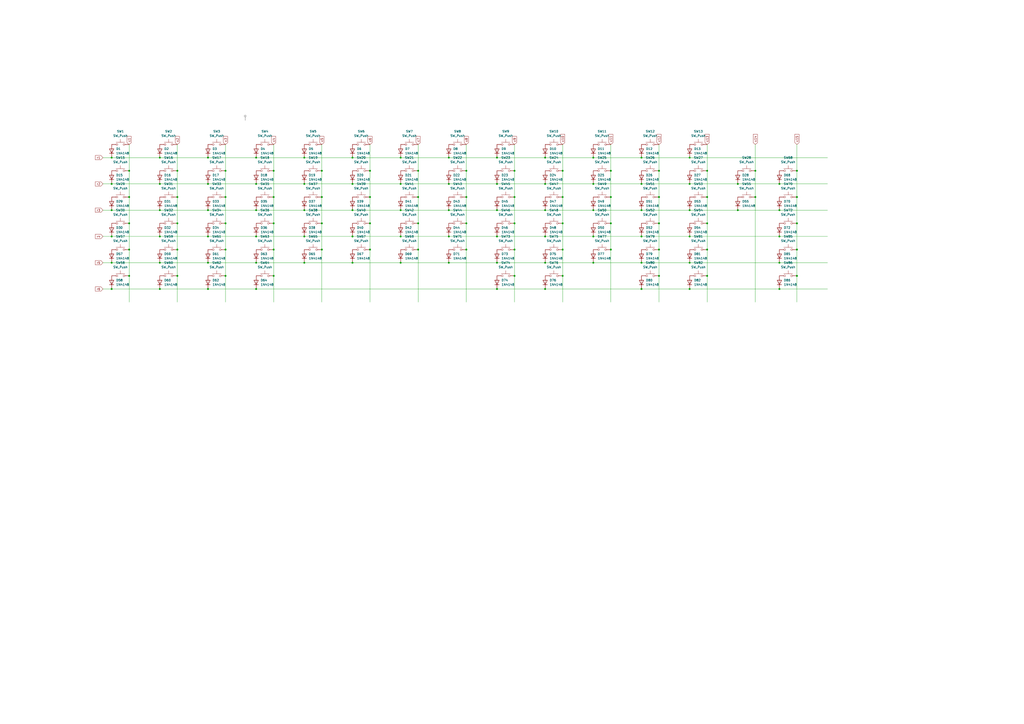
<source format=kicad_sch>
(kicad_sch (version 20250114) (generator "eeschema") (generator_version "9.0")
  (paper "A2")
  (lib_symbols
    (symbol "Diode:1N4148" (pin_numbers (hide yes)) (pin_names (hide yes))
      (property "Reference" "D" (at 0 2.54 0))
      (property "Value" "1N4148" (at 0 -2.54 0))
      (symbol "1N4148_1_1"
        (pin passive line (at -3.81 0 0) (length 2.54) (name "K") (number "1"))
        (pin passive line (at 3.81 0 180) (length 2.54) (name "A") (number "2"))
      )
    )
    (symbol "Switch:SW_Push" (pin_numbers (hide yes)) (pin_names (offset 1.016) (hide yes))
      (property "Reference" "SW" (at 1.27 2.54 0))
      (property "Value" "SW_Push" (at 0 -1.524 0))
      (symbol "SW_Push_0_1"
        (pin passive line (at -5.08 0 0) (length 2.54) (name "1") (number "1"))
        (pin passive line (at 5.08 0 180) (length 2.54) (name "2") (number "2"))
      )
    )
  )
  (junction (at 74.93 99.06))
  (junction (at 298.45 99.06))
  (junction (at 326.39 114.3))
  (junction (at 92.71 106.68))
  (junction (at 176.53 152.4))
  (junction (at 326.39 99.06))
  (junction (at 410.21 129.54))
  (junction (at 92.71 152.4))
  (junction (at 120.65 121.92))
  (junction (at 186.69 114.3))
  (junction (at 120.65 91.44))
  (junction (at 242.57 144.78))
  (junction (at 427.99 121.92))
  (junction (at 120.65 137.16))
  (junction (at 288.29 121.92))
  (junction (at 400.05 121.92))
  (junction (at 176.53 121.92))
  (junction (at 148.59 152.4))
  (junction (at 158.75 114.3))
  (junction (at 452.12 106.68))
  (junction (at 354.33 144.78))
  (junction (at 214.63 129.54))
  (junction (at 186.69 99.06))
  (junction (at 232.41 121.92))
  (junction (at 400.05 91.44))
  (junction (at 92.71 137.16))
  (junction (at 158.75 99.06))
  (junction (at 260.35 137.16))
  (junction (at 462.28 129.54))
  (junction (at 148.59 137.16))
  (junction (at 382.27 99.06))
  (junction (at 427.99 106.68))
  (junction (at 288.29 91.44))
  (junction (at 462.28 114.3))
  (junction (at 176.53 91.44))
  (junction (at 326.39 160.02))
  (junction (at 214.63 99.06))
  (junction (at 158.75 160.02))
  (junction (at 372.11 91.44))
  (junction (at 400.05 106.68))
  (junction (at 64.77 91.44))
  (junction (at 242.57 129.54))
  (junction (at 148.59 121.92))
  (junction (at 344.17 152.4))
  (junction (at 326.39 144.78))
  (junction (at 316.23 121.92))
  (junction (at 64.77 167.64))
  (junction (at 288.29 137.16))
  (junction (at 176.53 137.16))
  (junction (at 382.27 144.78))
  (junction (at 438.15 99.06))
  (junction (at 410.21 99.06))
  (junction (at 130.81 99.06))
  (junction (at 74.93 144.78))
  (junction (at 176.53 106.68))
  (junction (at 372.11 152.4))
  (junction (at 102.87 114.3))
  (junction (at 270.51 114.3))
  (junction (at 232.41 152.4))
  (junction (at 204.47 91.44))
  (junction (at 130.81 160.02))
  (junction (at 214.63 114.3))
  (junction (at 120.65 106.68))
  (junction (at 232.41 137.16))
  (junction (at 316.23 91.44))
  (junction (at 270.51 144.78))
  (junction (at 410.21 114.3))
  (junction (at 74.93 114.3))
  (junction (at 130.81 114.3))
  (junction (at 92.71 121.92))
  (junction (at 64.77 106.68))
  (junction (at 64.77 137.16))
  (junction (at 298.45 160.02))
  (junction (at 344.17 106.68))
  (junction (at 242.57 114.3))
  (junction (at 410.21 160.02))
  (junction (at 74.93 160.02))
  (junction (at 92.71 167.64))
  (junction (at 204.47 152.4))
  (junction (at 298.45 114.3))
  (junction (at 92.71 91.44))
  (junction (at 130.81 129.54))
  (junction (at 462.28 144.78))
  (junction (at 410.21 144.78))
  (junction (at 186.69 129.54))
  (junction (at 462.28 160.02))
  (junction (at 130.81 144.78))
  (junction (at 382.27 114.3))
  (junction (at 260.35 106.68))
  (junction (at 288.29 167.64))
  (junction (at 372.11 121.92))
  (junction (at 400.05 137.16))
  (junction (at 102.87 160.02))
  (junction (at 452.12 137.16))
  (junction (at 204.47 137.16))
  (junction (at 270.51 129.54))
  (junction (at 400.05 167.64))
  (junction (at 260.35 152.4))
  (junction (at 382.27 160.02))
  (junction (at 298.45 144.78))
  (junction (at 214.63 144.78))
  (junction (at 148.59 106.68))
  (junction (at 74.93 129.54))
  (junction (at 344.17 137.16))
  (junction (at 354.33 99.06))
  (junction (at 186.69 144.78))
  (junction (at 232.41 91.44))
  (junction (at 452.12 167.64))
  (junction (at 260.35 91.44))
  (junction (at 372.11 167.64))
  (junction (at 158.75 144.78))
  (junction (at 148.59 91.44))
  (junction (at 316.23 152.4))
  (junction (at 372.11 137.16))
  (junction (at 288.29 152.4))
  (junction (at 64.77 121.92))
  (junction (at 452.12 152.4))
  (junction (at 102.87 129.54))
  (junction (at 120.65 167.64))
  (junction (at 452.12 121.92))
  (junction (at 438.15 114.3))
  (junction (at 120.65 152.4))
  (junction (at 288.29 106.68))
  (junction (at 298.45 129.54))
  (junction (at 316.23 137.16))
  (junction (at 344.17 121.92))
  (junction (at 326.39 129.54))
  (junction (at 232.41 106.68))
  (junction (at 204.47 121.92))
  (junction (at 316.23 167.64))
  (junction (at 148.59 167.64))
  (junction (at 242.57 99.06))
  (junction (at 316.23 106.68))
  (junction (at 462.28 99.06))
  (junction (at 382.27 129.54))
  (junction (at 102.87 99.06))
  (junction (at 344.17 91.44))
  (junction (at 354.33 129.54))
  (junction (at 400.05 152.4))
  (junction (at 354.33 114.3))
  (junction (at 270.51 99.06))
  (junction (at 64.77 152.4))
  (junction (at 204.47 106.68))
  (junction (at 260.35 121.92))
  (junction (at 372.11 106.68))
  (junction (at 102.87 144.78))
  (junction (at 158.75 129.54))
  (wire (pts (xy 204.47 137.16) (xy 232.41 137.16)))
  (wire (pts (xy 59.69 167.64) (xy 64.77 167.64)))
  (wire (pts (xy 326.39 114.3) (xy 326.39 129.54)))
  (wire (pts (xy 298.45 144.78) (xy 298.45 160.02)))
  (wire (pts (xy 326.39 99.06) (xy 326.39 114.3)))
  (wire (pts (xy 120.65 152.4) (xy 148.59 152.4)))
  (wire (pts (xy 270.51 114.3) (xy 270.51 129.54)))
  (wire (pts (xy 242.57 99.06) (xy 242.57 114.3)))
  (wire (pts (xy 326.39 83.82) (xy 326.39 99.06)))
  (wire (pts (xy 176.53 137.16) (xy 204.47 137.16)))
  (wire (pts (xy 288.29 167.64) (xy 316.23 167.64)))
  (wire (pts (xy 120.65 167.64) (xy 148.59 167.64)))
  (wire (pts (xy 204.47 106.68) (xy 232.41 106.68)))
  (wire (pts (xy 74.93 160.02) (xy 74.93 175.26)))
  (wire (pts (xy 316.23 167.64) (xy 372.11 167.64)))
  (wire (pts (xy 102.87 114.3) (xy 102.87 129.54)))
  (wire (pts (xy 382.27 160.02) (xy 382.27 175.26)))
  (wire (pts (xy 64.77 152.4) (xy 92.71 152.4)))
  (wire (pts (xy 92.71 152.4) (xy 120.65 152.4)))
  (wire (pts (xy 372.11 91.44) (xy 400.05 91.44)))
  (wire (pts (xy 158.75 160.02) (xy 158.75 175.26)))
  (wire (pts (xy 438.15 83.82) (xy 438.15 99.06)))
  (wire (pts (xy 130.81 99.06) (xy 130.81 114.3)))
  (wire (pts (xy 64.77 137.16) (xy 92.71 137.16)))
  (wire (pts (xy 242.57 129.54) (xy 242.57 144.78)))
  (wire (pts (xy 354.33 144.78) (xy 354.33 175.26)))
  (wire (pts (xy 344.17 121.92) (xy 372.11 121.92)))
  (wire (pts (xy 130.81 83.82) (xy 130.81 99.06)))
  (wire (pts (xy 232.41 91.44) (xy 260.35 91.44)))
  (wire (pts (xy 462.28 129.54) (xy 462.28 144.78)))
  (wire (pts (xy 270.51 99.06) (xy 270.51 114.3)))
  (wire (pts (xy 316.23 121.92) (xy 344.17 121.92)))
  (wire (pts (xy 462.28 144.78) (xy 462.28 160.02)))
  (wire (pts (xy 372.11 106.68) (xy 400.05 106.68)))
  (wire (pts (xy 92.71 137.16) (xy 120.65 137.16)))
  (wire (pts (xy 214.63 99.06) (xy 214.63 114.3)))
  (wire (pts (xy 298.45 83.82) (xy 298.45 99.06)))
  (wire (pts (xy 354.33 83.82) (xy 354.33 99.06)))
  (wire (pts (xy 438.15 114.3) (xy 438.15 175.26)))
  (wire (pts (xy 148.59 152.4) (xy 176.53 152.4)))
  (wire (pts (xy 372.11 152.4) (xy 400.05 152.4)))
  (wire (pts (xy 400.05 106.68) (xy 427.99 106.68)))
  (wire (pts (xy 372.11 137.16) (xy 400.05 137.16)))
  (wire (pts (xy 59.69 106.68) (xy 64.77 106.68)))
  (wire (pts (xy 427.99 121.92) (xy 452.12 121.92)))
  (wire (pts (xy 372.11 167.64) (xy 400.05 167.64)))
  (wire (pts (xy 214.63 83.82) (xy 214.63 99.06)))
  (wire (pts (xy 64.77 91.44) (xy 92.71 91.44)))
  (wire (pts (xy 410.21 129.54) (xy 410.21 144.78)))
  (wire (pts (xy 102.87 99.06) (xy 102.87 114.3)))
  (wire (pts (xy 438.15 99.06) (xy 438.15 114.3)))
  (wire (pts (xy 344.17 91.44) (xy 372.11 91.44)))
  (wire (pts (xy 92.71 106.68) (xy 120.65 106.68)))
  (wire (pts (xy 158.75 114.3) (xy 158.75 129.54)))
  (wire (pts (xy 270.51 129.54) (xy 270.51 144.78)))
  (wire (pts (xy 102.87 83.82) (xy 102.87 99.06)))
  (wire (pts (xy 326.39 160.02) (xy 326.39 175.26)))
  (wire (pts (xy 270.51 144.78) (xy 270.51 175.26)))
  (wire (pts (xy 400.05 121.92) (xy 427.99 121.92)))
  (wire (pts (xy 158.75 144.78) (xy 158.75 160.02)))
  (wire (pts (xy 242.57 144.78) (xy 242.57 175.26)))
  (wire (pts (xy 232.41 137.16) (xy 260.35 137.16)))
  (wire (pts (xy 186.69 83.82) (xy 186.69 99.06)))
  (wire (pts (xy 316.23 91.44) (xy 344.17 91.44)))
  (wire (pts (xy 59.69 121.92) (xy 64.77 121.92)))
  (wire (pts (xy 400.05 137.16) (xy 452.12 137.16)))
  (wire (pts (xy 148.59 91.44) (xy 176.53 91.44)))
  (wire (pts (xy 232.41 121.92) (xy 260.35 121.92)))
  (wire (pts (xy 410.21 144.78) (xy 410.21 160.02)))
  (wire (pts (xy 298.45 160.02) (xy 298.45 175.26)))
  (wire (pts (xy 120.65 106.68) (xy 148.59 106.68)))
  (wire (pts (xy 158.75 129.54) (xy 158.75 144.78)))
  (wire (pts (xy 382.27 114.3) (xy 382.27 129.54)))
  (wire (pts (xy 326.39 129.54) (xy 326.39 144.78)))
  (wire (pts (xy 298.45 99.06) (xy 298.45 114.3)))
  (wire (pts (xy 452.12 106.68) (xy 480.06 106.68)))
  (wire (pts (xy 186.69 129.54) (xy 186.69 144.78)))
  (wire (pts (xy 64.77 106.68) (xy 92.71 106.68)))
  (wire (pts (xy 354.33 99.06) (xy 354.33 114.3)))
  (wire (pts (xy 382.27 99.06) (xy 382.27 114.3)))
  (wire (pts (xy 120.65 121.92) (xy 148.59 121.92)))
  (wire (pts (xy 102.87 160.02) (xy 102.87 175.26)))
  (wire (pts (xy 326.39 144.78) (xy 326.39 160.02)))
  (wire (pts (xy 372.11 121.92) (xy 400.05 121.92)))
  (wire (pts (xy 354.33 114.3) (xy 354.33 129.54)))
  (wire (pts (xy 204.47 121.92) (xy 232.41 121.92)))
  (wire (pts (xy 232.41 152.4) (xy 260.35 152.4)))
  (wire (pts (xy 148.59 167.64) (xy 288.29 167.64)))
  (wire (pts (xy 288.29 152.4) (xy 316.23 152.4)))
  (wire (pts (xy 176.53 121.92) (xy 204.47 121.92)))
  (wire (pts (xy 242.57 114.3) (xy 242.57 129.54)))
  (wire (pts (xy 452.12 137.16) (xy 480.06 137.16)))
  (wire (pts (xy 410.21 160.02) (xy 410.21 175.26)))
  (wire (pts (xy 400.05 152.4) (xy 452.12 152.4)))
  (wire (pts (xy 176.53 152.4) (xy 204.47 152.4)))
  (wire (pts (xy 148.59 137.16) (xy 176.53 137.16)))
  (wire (pts (xy 59.69 137.16) (xy 64.77 137.16)))
  (wire (pts (xy 462.28 160.02) (xy 462.28 175.26)))
  (wire (pts (xy 232.41 106.68) (xy 260.35 106.68)))
  (wire (pts (xy 59.69 152.4) (xy 64.77 152.4)))
  (wire (pts (xy 214.63 144.78) (xy 214.63 175.26)))
  (wire (pts (xy 74.93 144.78) (xy 74.93 160.02)))
  (wire (pts (xy 462.28 99.06) (xy 462.28 114.3)))
  (wire (pts (xy 316.23 137.16) (xy 344.17 137.16)))
  (wire (pts (xy 288.29 91.44) (xy 316.23 91.44)))
  (wire (pts (xy 242.57 83.82) (xy 242.57 99.06)))
  (wire (pts (xy 186.69 144.78) (xy 186.69 175.26)))
  (wire (pts (xy 410.21 114.3) (xy 410.21 129.54)))
  (wire (pts (xy 316.23 152.4) (xy 344.17 152.4)))
  (wire (pts (xy 462.28 114.3) (xy 462.28 129.54)))
  (wire (pts (xy 186.69 114.3) (xy 186.69 129.54)))
  (wire (pts (xy 452.12 121.92) (xy 480.06 121.92)))
  (wire (pts (xy 288.29 106.68) (xy 316.23 106.68)))
  (wire (pts (xy 64.77 167.64) (xy 92.71 167.64)))
  (wire (pts (xy 130.81 129.54) (xy 130.81 144.78)))
  (wire (pts (xy 214.63 129.54) (xy 214.63 144.78)))
  (wire (pts (xy 410.21 99.06) (xy 410.21 114.3)))
  (wire (pts (xy 400.05 167.64) (xy 452.12 167.64)))
  (wire (pts (xy 344.17 152.4) (xy 372.11 152.4)))
  (wire (pts (xy 344.17 106.68) (xy 372.11 106.68)))
  (wire (pts (xy 344.17 137.16) (xy 372.11 137.16)))
  (wire (pts (xy 64.77 121.92) (xy 92.71 121.92)))
  (wire (pts (xy 260.35 121.92) (xy 288.29 121.92)))
  (wire (pts (xy 92.71 91.44) (xy 120.65 91.44)))
  (wire (pts (xy 148.59 121.92) (xy 176.53 121.92)))
  (wire (pts (xy 74.93 83.82) (xy 74.93 99.06)))
  (wire (pts (xy 260.35 106.68) (xy 288.29 106.68)))
  (wire (pts (xy 74.93 129.54) (xy 74.93 144.78)))
  (wire (pts (xy 148.59 106.68) (xy 176.53 106.68)))
  (wire (pts (xy 130.81 160.02) (xy 130.81 175.26)))
  (wire (pts (xy 74.93 99.06) (xy 74.93 114.3)))
  (wire (pts (xy 288.29 137.16) (xy 316.23 137.16)))
  (wire (pts (xy 410.21 83.82) (xy 410.21 99.06)))
  (wire (pts (xy 204.47 91.44) (xy 232.41 91.44)))
  (wire (pts (xy 270.51 83.82) (xy 270.51 99.06)))
  (wire (pts (xy 158.75 99.06) (xy 158.75 114.3)))
  (wire (pts (xy 204.47 152.4) (xy 232.41 152.4)))
  (wire (pts (xy 260.35 91.44) (xy 288.29 91.44)))
  (wire (pts (xy 288.29 121.92) (xy 316.23 121.92)))
  (wire (pts (xy 260.35 152.4) (xy 288.29 152.4)))
  (wire (pts (xy 102.87 129.54) (xy 102.87 144.78)))
  (wire (pts (xy 59.69 91.44) (xy 64.77 91.44)))
  (wire (pts (xy 452.12 152.4) (xy 480.06 152.4)))
  (wire (pts (xy 382.27 129.54) (xy 382.27 144.78)))
  (wire (pts (xy 298.45 114.3) (xy 298.45 129.54)))
  (wire (pts (xy 452.12 167.64) (xy 480.06 167.64)))
  (wire (pts (xy 382.27 144.78) (xy 382.27 160.02)))
  (wire (pts (xy 92.71 167.64) (xy 120.65 167.64)))
  (wire (pts (xy 298.45 129.54) (xy 298.45 144.78)))
  (wire (pts (xy 158.75 83.82) (xy 158.75 99.06)))
  (wire (pts (xy 92.71 121.92) (xy 120.65 121.92)))
  (wire (pts (xy 382.27 83.82) (xy 382.27 99.06)))
  (wire (pts (xy 120.65 91.44) (xy 148.59 91.44)))
  (wire (pts (xy 120.65 137.16) (xy 148.59 137.16)))
  (wire (pts (xy 260.35 137.16) (xy 288.29 137.16)))
  (wire (pts (xy 462.28 83.82) (xy 462.28 99.06)))
  (wire (pts (xy 74.93 114.3) (xy 74.93 129.54)))
  (wire (pts (xy 400.05 91.44) (xy 480.06 91.44)))
  (wire (pts (xy 427.99 106.68) (xy 452.12 106.68)))
  (wire (pts (xy 176.53 91.44) (xy 204.47 91.44)))
  (wire (pts (xy 130.81 114.3) (xy 130.81 129.54)))
  (wire (pts (xy 354.33 129.54) (xy 354.33 144.78)))
  (wire (pts (xy 214.63 114.3) (xy 214.63 129.54)))
  (wire (pts (xy 186.69 99.06) (xy 186.69 114.3)))
  (wire (pts (xy 176.53 106.68) (xy 204.47 106.68)))
  (wire (pts (xy 316.23 106.68) (xy 344.17 106.68)))
  (wire (pts (xy 102.87 144.78) (xy 102.87 160.02)))
  (wire (pts (xy 130.81 144.78) (xy 130.81 160.02)))
  (global_label "c7" (shape input) (at 242.57 83.82 90) (property "Intersheetrefs" "${INTERSHEET_REFS}" (effects (hide yes))))
  (global_label "c2" (shape input) (at 102.87 83.82 90) (property "Intersheetrefs" "${INTERSHEET_REFS}" (effects (hide yes))))
  (global_label "c9" (shape input) (at 298.45 83.82 90) (property "Intersheetrefs" "${INTERSHEET_REFS}" (effects (hide yes))))
  (global_label "c14" (shape input) (at 438.15 83.82 90) (property "Intersheetrefs" "${INTERSHEET_REFS}" (effects (hide yes))))
  (global_label "r6" (shape input) (at 59.69 167.64 180) (property "Intersheetrefs" "${INTERSHEET_REFS}" (effects (hide yes))))
  (global_label "c5" (shape input) (at 186.69 83.82 90) (property "Intersheetrefs" "${INTERSHEET_REFS}" (effects (hide yes))))
  (global_label "c1" (shape input) (at 74.93 83.82 90) (property "Intersheetrefs" "${INTERSHEET_REFS}" (effects (hide yes))))
  (global_label "c3" (shape input) (at 130.81 83.82 90) (property "Intersheetrefs" "${INTERSHEET_REFS}" (effects (hide yes))))
  (global_label "r4" (shape input) (at 59.69 137.16 180) (property "Intersheetrefs" "${INTERSHEET_REFS}" (effects (hide yes))))
  (global_label "r5" (shape input) (at 59.69 152.4 180) (property "Intersheetrefs" "${INTERSHEET_REFS}" (effects (hide yes))))
  (global_label "c15" (shape input) (at 462.28 83.82 90) (property "Intersheetrefs" "${INTERSHEET_REFS}" (effects (hide yes))))
  (global_label "r2" (shape input) (at 59.69 106.68 180) (property "Intersheetrefs" "${INTERSHEET_REFS}" (effects (hide yes))))
  (global_label "c6" (shape input) (at 214.63 83.82 90) (property "Intersheetrefs" "${INTERSHEET_REFS}" (effects (hide yes))))
  (global_label "c8" (shape input) (at 270.51 83.82 90) (property "Intersheetrefs" "${INTERSHEET_REFS}" (effects (hide yes))))
  (global_label "c13" (shape input) (at 410.21 83.82 90) (property "Intersheetrefs" "${INTERSHEET_REFS}" (effects (hide yes))))
  (global_label "c4" (shape input) (at 158.75 83.82 90) (property "Intersheetrefs" "${INTERSHEET_REFS}" (effects (hide yes))))
  (global_label "r3" (shape input) (at 59.69 121.92 180) (property "Intersheetrefs" "${INTERSHEET_REFS}" (effects (hide yes))))
  (global_label "c11" (shape input) (at 354.33 83.82 90) (property "Intersheetrefs" "${INTERSHEET_REFS}" (effects (hide yes))))
  (global_label "c10" (shape input) (at 326.39 83.82 90) (property "Intersheetrefs" "${INTERSHEET_REFS}" (effects (hide yes))))
  (global_label "c12" (shape input) (at 382.27 83.82 90) (property "Intersheetrefs" "${INTERSHEET_REFS}" (effects (hide yes))))
  (global_label "r1" (shape input) (at 59.69 91.44 180) (property "Intersheetrefs" "${INTERSHEET_REFS}" (effects (hide yes))))
  (netclass_flag "" (length 2.54) (shape round) (at 142.24 69.85 0))
  (symbol (lib_id "Switch:SW_Push") (at 405.13 160.02 0) (unit 1)
    (property "Reference" "SW82" (at 405.13 152.4 0))
    (property "Value" "SW_Push" (at 405.13 154.94 0))
    (property "Footprint" "PCM_Switch_Keyboard_Hotswap_Kailh:SW_Hotswap_Kailh_MX_Plated_1.00u_EDITED" (effects (hide yes)))
    (property "Description" "Push button switch, generic, two pins" (effects (hide yes)))
  )
  (symbol (lib_id "Diode:1N4148") (at 120.65 133.35 90) (unit 1)
    (property "Reference" "D34" (at 123.19 132.0799 90) (effects (justify right)))
    (property "Value" "1N4148" (at 123.19 134.6199 90) (effects (justify right)))
    (property "Footprint" "Diode_SMD:D_SOD-123" (effects (hide yes)))
    (property "Datasheet" "https://assets.nexperia.com/documents/data-sheet/1N4148_1N4448.pdf" (effects (hide yes)))
    (property "Description" "100V 0.15A standard switching diode, DO-35" (effects (hide yes)))
    (property "Sim.Device" "D" (effects (hide yes)))
    (property "Sim.Pins" "1=K 2=A" (effects (hide yes)))
  )
  (symbol (lib_id "Switch:SW_Push") (at 69.85 83.82 0) (unit 1)
    (property "Reference" "SW1" (at 69.85 76.2 0))
    (property "Value" "SW_Push" (at 69.85 78.74 0))
    (property "Footprint" "PCM_Switch_Keyboard_Hotswap_Kailh:SW_Hotswap_Kailh_MX_Plated_1.00u_EDITED" (effects (hide yes)))
    (property "Description" "Push button switch, generic, two pins" (effects (hide yes)))
  )
  (symbol (lib_id "Switch:SW_Push") (at 457.2 99.06 0) (unit 1)
    (property "Reference" "SW68" (at 457.2 91.44 0))
    (property "Value" "SW_Push" (at 457.2 93.98 0))
    (property "Footprint" "PCM_Switch_Keyboard_Hotswap_Kailh:SW_Hotswap_Kailh_MX_Plated_1.00u_EDITED" (effects (hide yes)))
    (property "Description" "Push button switch, generic, two pins" (effects (hide yes)))
  )
  (symbol (lib_id "Switch:SW_Push") (at 125.73 144.78 0) (unit 1)
    (property "Reference" "SW61" (at 125.73 137.16 0))
    (property "Value" "SW_Push" (at 125.73 139.7 0))
    (property "Footprint" "PCM_Switch_Keyboard_Hotswap_Kailh:SW_Hotswap_Kailh_MX_Plated_1.00u_EDITED" (effects (hide yes)))
    (property "Description" "Push button switch, generic, two pins" (effects (hide yes)))
  )
  (symbol (lib_id "Switch:SW_Push") (at 181.61 129.54 0) (unit 1)
    (property "Reference" "SW38" (at 181.61 121.92 0))
    (property "Value" "SW_Push" (at 181.61 124.46 0))
    (property "Footprint" "PCM_Switch_Keyboard_Hotswap_Kailh:SW_Hotswap_Kailh_MX_Plated_1.00u_EDITED" (effects (hide yes)))
    (property "Description" "Push button switch, generic, two pins" (effects (hide yes)))
  )
  (symbol (lib_id "Switch:SW_Push") (at 265.43 114.3 0) (unit 1)
    (property "Reference" "SW43" (at 265.43 106.68 0))
    (property "Value" "SW_Push" (at 265.43 109.22 0))
    (property "Footprint" "PCM_Switch_Keyboard_Hotswap_Kailh:SW_Hotswap_Kailh_MX_Plated_1.00u_EDITED" (effects (hide yes)))
    (property "Description" "Push button switch, generic, two pins" (effects (hide yes)))
  )
  (symbol (lib_id "Switch:SW_Push") (at 125.73 129.54 0) (unit 1)
    (property "Reference" "SW34" (at 125.73 121.92 0))
    (property "Value" "SW_Push" (at 125.73 124.46 0))
    (property "Footprint" "PCM_Switch_Keyboard_Hotswap_Kailh:SW_Hotswap_Kailh_MX_Plated_1.00u_EDITED" (effects (hide yes)))
    (property "Description" "Push button switch, generic, two pins" (effects (hide yes)))
  )
  (symbol (lib_id "Diode:1N4148") (at 232.41 148.59 90) (unit 1)
    (property "Reference" "D69" (at 234.95 147.3199 90) (effects (justify right)))
    (property "Value" "1N4148" (at 234.95 149.8599 90) (effects (justify right)))
    (property "Footprint" "Diode_SMD:D_SOD-123" (effects (hide yes)))
    (property "Datasheet" "https://assets.nexperia.com/documents/data-sheet/1N4148_1N4448.pdf" (effects (hide yes)))
    (property "Description" "100V 0.15A standard switching diode, DO-35" (effects (hide yes)))
    (property "Sim.Device" "D" (effects (hide yes)))
    (property "Sim.Pins" "1=K 2=A" (effects (hide yes)))
  )
  (symbol (lib_id "Diode:1N4148") (at 400.05 163.83 90) (unit 1)
    (property "Reference" "D82" (at 402.59 162.5599 90) (effects (justify right)))
    (property "Value" "1N4148" (at 402.59 165.0999 90) (effects (justify right)))
    (property "Footprint" "Diode_SMD:D_SOD-123" (effects (hide yes)))
    (property "Datasheet" "https://assets.nexperia.com/documents/data-sheet/1N4148_1N4448.pdf" (effects (hide yes)))
    (property "Description" "100V 0.15A standard switching diode, DO-35" (effects (hide yes)))
    (property "Sim.Device" "D" (effects (hide yes)))
    (property "Sim.Pins" "1=K 2=A" (effects (hide yes)))
  )
  (symbol (lib_id "Switch:SW_Push") (at 153.67 99.06 0) (unit 1)
    (property "Reference" "SW18" (at 153.67 91.44 0))
    (property "Value" "SW_Push" (at 153.67 93.98 0))
    (property "Footprint" "PCM_Switch_Keyboard_Hotswap_Kailh:SW_Hotswap_Kailh_MX_Plated_1.00u_EDITED" (effects (hide yes)))
    (property "Description" "Push button switch, generic, two pins" (effects (hide yes)))
  )
  (symbol (lib_id "Diode:1N4148") (at 120.65 87.63 90) (unit 1)
    (property "Reference" "D3" (at 123.19 86.3599 90) (effects (justify right)))
    (property "Value" "1N4148" (at 123.19 88.8999 90) (effects (justify right)))
    (property "Footprint" "Diode_SMD:D_SOD-123" (effects (hide yes)))
    (property "Datasheet" "https://assets.nexperia.com/documents/data-sheet/1N4148_1N4448.pdf" (effects (hide yes)))
    (property "Description" "100V 0.15A standard switching diode, DO-35" (effects (hide yes)))
    (property "Sim.Device" "D" (effects (hide yes)))
    (property "Sim.Pins" "1=K 2=A" (effects (hide yes)))
  )
  (symbol (lib_id "Diode:1N4148") (at 427.99 118.11 90) (unit 1)
    (property "Reference" "D55" (at 430.53 116.8399 90) (effects (justify right)))
    (property "Value" "1N4148" (at 430.53 119.3799 90) (effects (justify right)))
    (property "Footprint" "Diode_SMD:D_SOD-123" (effects (hide yes)))
    (property "Datasheet" "https://assets.nexperia.com/documents/data-sheet/1N4148_1N4448.pdf" (effects (hide yes)))
    (property "Description" "100V 0.15A standard switching diode, DO-35" (effects (hide yes)))
    (property "Sim.Device" "D" (effects (hide yes)))
    (property "Sim.Pins" "1=K 2=A" (effects (hide yes)))
  )
  (symbol (lib_id "Diode:1N4148") (at 372.11 87.63 90) (unit 1)
    (property "Reference" "D12" (at 374.65 86.3599 90) (effects (justify right)))
    (property "Value" "1N4148" (at 374.65 88.8999 90) (effects (justify right)))
    (property "Footprint" "Diode_SMD:D_SOD-123" (effects (hide yes)))
    (property "Datasheet" "https://assets.nexperia.com/documents/data-sheet/1N4148_1N4448.pdf" (effects (hide yes)))
    (property "Description" "100V 0.15A standard switching diode, DO-35" (effects (hide yes)))
    (property "Sim.Device" "D" (effects (hide yes)))
    (property "Sim.Pins" "1=K 2=A" (effects (hide yes)))
  )
  (symbol (lib_id "Diode:1N4148") (at 232.41 102.87 90) (unit 1)
    (property "Reference" "D21" (at 234.95 101.5999 90) (effects (justify right)))
    (property "Value" "1N4148" (at 234.95 104.1399 90) (effects (justify right)))
    (property "Footprint" "Diode_SMD:D_SOD-123" (effects (hide yes)))
    (property "Datasheet" "https://assets.nexperia.com/documents/data-sheet/1N4148_1N4448.pdf" (effects (hide yes)))
    (property "Description" "100V 0.15A standard switching diode, DO-35" (effects (hide yes)))
    (property "Sim.Device" "D" (effects (hide yes)))
    (property "Sim.Pins" "1=K 2=A" (effects (hide yes)))
  )
  (symbol (lib_id "Switch:SW_Push") (at 153.67 83.82 0) (unit 1)
    (property "Reference" "SW4" (at 153.67 76.2 0))
    (property "Value" "SW_Push" (at 153.67 78.74 0))
    (property "Footprint" "PCM_Switch_Keyboard_Hotswap_Kailh:SW_Hotswap_Kailh_MX_Plated_1.00u_EDITED" (effects (hide yes)))
    (property "Description" "Push button switch, generic, two pins" (effects (hide yes)))
  )
  (symbol (lib_id "Diode:1N4148") (at 92.71 87.63 90) (unit 1)
    (property "Reference" "D2" (at 95.25 86.3599 90) (effects (justify right)))
    (property "Value" "1N4148" (at 95.25 88.8999 90) (effects (justify right)))
    (property "Footprint" "Diode_SMD:D_SOD-123" (effects (hide yes)))
    (property "Datasheet" "https://assets.nexperia.com/documents/data-sheet/1N4148_1N4448.pdf" (effects (hide yes)))
    (property "Description" "100V 0.15A standard switching diode, DO-35" (effects (hide yes)))
    (property "Sim.Device" "D" (effects (hide yes)))
    (property "Sim.Pins" "1=K 2=A" (effects (hide yes)))
  )
  (symbol (lib_id "Switch:SW_Push") (at 293.37 99.06 0) (unit 1)
    (property "Reference" "SW23" (at 293.37 91.44 0))
    (property "Value" "SW_Push" (at 293.37 93.98 0))
    (property "Footprint" "PCM_Switch_Keyboard_Hotswap_Kailh:SW_Hotswap_Kailh_MX_Plated_1.00u_EDITED" (effects (hide yes)))
    (property "Description" "Push button switch, generic, two pins" (effects (hide yes)))
  )
  (symbol (lib_id "Switch:SW_Push") (at 153.67 114.3 0) (unit 1)
    (property "Reference" "SW35" (at 153.67 106.68 0))
    (property "Value" "SW_Push" (at 153.67 109.22 0))
    (property "Footprint" "PCM_Switch_Keyboard_Hotswap_Kailh:SW_Hotswap_Kailh_MX_Plated_1.00u_EDITED" (effects (hide yes)))
    (property "Description" "Push button switch, generic, two pins" (effects (hide yes)))
  )
  (symbol (lib_id "Switch:SW_Push") (at 153.67 129.54 0) (unit 1)
    (property "Reference" "SW36" (at 153.67 121.92 0))
    (property "Value" "SW_Push" (at 153.67 124.46 0))
    (property "Footprint" "PCM_Switch_Keyboard_Hotswap_Kailh:SW_Hotswap_Kailh_MX_Plated_1.00u_EDITED" (effects (hide yes)))
    (property "Description" "Push button switch, generic, two pins" (effects (hide yes)))
  )
  (symbol (lib_id "Switch:SW_Push") (at 181.61 114.3 0) (unit 1)
    (property "Reference" "SW37" (at 181.61 106.68 0))
    (property "Value" "SW_Push" (at 181.61 109.22 0))
    (property "Footprint" "PCM_Switch_Keyboard_Hotswap_Kailh:SW_Hotswap_Kailh_MX_Plated_1.00u_EDITED" (effects (hide yes)))
    (property "Description" "Push button switch, generic, two pins" (effects (hide yes)))
  )
  (symbol (lib_id "Diode:1N4148") (at 148.59 163.83 90) (unit 1)
    (property "Reference" "D64" (at 151.13 162.5599 90) (effects (justify right)))
    (property "Value" "1N4148" (at 151.13 165.0999 90) (effects (justify right)))
    (property "Footprint" "Diode_SMD:D_SOD-123" (effects (hide yes)))
    (property "Datasheet" "https://assets.nexperia.com/documents/data-sheet/1N4148_1N4448.pdf" (effects (hide yes)))
    (property "Description" "100V 0.15A standard switching diode, DO-35" (effects (hide yes)))
    (property "Sim.Device" "D" (effects (hide yes)))
    (property "Sim.Pins" "1=K 2=A" (effects (hide yes)))
  )
  (symbol (lib_id "Switch:SW_Push") (at 293.37 129.54 0) (unit 1)
    (property "Reference" "SW46" (at 293.37 121.92 0))
    (property "Value" "SW_Push" (at 293.37 124.46 0))
    (property "Footprint" "PCM_Switch_Keyboard_Hotswap_Kailh:SW_Hotswap_Kailh_MX_Plated_1.00u_EDITED" (effects (hide yes)))
    (property "Description" "Push button switch, generic, two pins" (effects (hide yes)))
  )
  (symbol (lib_id "Switch:SW_Push") (at 69.85 114.3 0) (unit 1)
    (property "Reference" "SW29" (at 69.85 106.68 0))
    (property "Value" "SW_Push" (at 69.85 109.22 0))
    (property "Footprint" "PCM_Switch_Keyboard_Hotswap_Kailh:SW_Hotswap_Kailh_MX_Plated_1.50u" (effects (hide yes)))
    (property "Description" "Push button switch, generic, two pins" (effects (hide yes)))
  )
  (symbol (lib_id "Diode:1N4148") (at 344.17 148.59 90) (unit 1)
    (property "Reference" "D77" (at 346.71 147.3199 90) (effects (justify right)))
    (property "Value" "1N4148" (at 346.71 149.8599 90) (effects (justify right)))
    (property "Footprint" "Diode_SMD:D_SOD-123" (effects (hide yes)))
    (property "Datasheet" "https://assets.nexperia.com/documents/data-sheet/1N4148_1N4448.pdf" (effects (hide yes)))
    (property "Description" "100V 0.15A standard switching diode, DO-35" (effects (hide yes)))
    (property "Sim.Device" "D" (effects (hide yes)))
    (property "Sim.Pins" "1=K 2=A" (effects (hide yes)))
  )
  (symbol (lib_id "Switch:SW_Push") (at 97.79 99.06 0) (unit 1)
    (property "Reference" "SW16" (at 97.79 91.44 0))
    (property "Value" "SW_Push" (at 97.79 93.98 0))
    (property "Footprint" "PCM_Switch_Keyboard_Hotswap_Kailh:SW_Hotswap_Kailh_MX_Plated_1.00u_EDITED" (effects (hide yes)))
    (property "Description" "Push button switch, generic, two pins" (effects (hide yes)))
  )
  (symbol (lib_id "Diode:1N4148") (at 288.29 87.63 90) (unit 1)
    (property "Reference" "D9" (at 290.83 86.3599 90) (effects (justify right)))
    (property "Value" "1N4148" (at 290.83 88.8999 90) (effects (justify right)))
    (property "Footprint" "Diode_SMD:D_SOD-123" (effects (hide yes)))
    (property "Datasheet" "https://assets.nexperia.com/documents/data-sheet/1N4148_1N4448.pdf" (effects (hide yes)))
    (property "Description" "100V 0.15A standard switching diode, DO-35" (effects (hide yes)))
    (property "Sim.Device" "D" (effects (hide yes)))
    (property "Sim.Pins" "1=K 2=A" (effects (hide yes)))
  )
  (symbol (lib_id "Diode:1N4148") (at 204.47 118.11 90) (unit 1)
    (property "Reference" "D39" (at 207.01 116.8399 90) (effects (justify right)))
    (property "Value" "1N4148" (at 207.01 119.3799 90) (effects (justify right)))
    (property "Footprint" "Diode_SMD:D_SOD-123" (effects (hide yes)))
    (property "Datasheet" "https://assets.nexperia.com/documents/data-sheet/1N4148_1N4448.pdf" (effects (hide yes)))
    (property "Description" "100V 0.15A standard switching diode, DO-35" (effects (hide yes)))
    (property "Sim.Device" "D" (effects (hide yes)))
    (property "Sim.Pins" "1=K 2=A" (effects (hide yes)))
  )
  (symbol (lib_id "Diode:1N4148") (at 176.53 148.59 90) (unit 1)
    (property "Reference" "D65" (at 179.07 147.3199 90) (effects (justify right)))
    (property "Value" "1N4148" (at 179.07 149.8599 90) (effects (justify right)))
    (property "Footprint" "Diode_SMD:D_SOD-123" (effects (hide yes)))
    (property "Datasheet" "https://assets.nexperia.com/documents/data-sheet/1N4148_1N4448.pdf" (effects (hide yes)))
    (property "Description" "100V 0.15A standard switching diode, DO-35" (effects (hide yes)))
    (property "Sim.Device" "D" (effects (hide yes)))
    (property "Sim.Pins" "1=K 2=A" (effects (hide yes)))
  )
  (symbol (lib_id "Diode:1N4148") (at 204.47 133.35 90) (unit 1)
    (property "Reference" "D40" (at 207.01 132.0799 90) (effects (justify right)))
    (property "Value" "1N4148" (at 207.01 134.6199 90) (effects (justify right)))
    (property "Footprint" "Diode_SMD:D_SOD-123" (effects (hide yes)))
    (property "Datasheet" "https://assets.nexperia.com/documents/data-sheet/1N4148_1N4448.pdf" (effects (hide yes)))
    (property "Description" "100V 0.15A standard switching diode, DO-35" (effects (hide yes)))
    (property "Sim.Device" "D" (effects (hide yes)))
    (property "Sim.Pins" "1=K 2=A" (effects (hide yes)))
  )
  (symbol (lib_id "Diode:1N4148") (at 120.65 163.83 90) (unit 1)
    (property "Reference" "D62" (at 123.19 162.5599 90) (effects (justify right)))
    (property "Value" "1N4148" (at 123.19 165.0999 90) (effects (justify right)))
    (property "Footprint" "Diode_SMD:D_SOD-123" (effects (hide yes)))
    (property "Datasheet" "https://assets.nexperia.com/documents/data-sheet/1N4148_1N4448.pdf" (effects (hide yes)))
    (property "Description" "100V 0.15A standard switching diode, DO-35" (effects (hide yes)))
    (property "Sim.Device" "D" (effects (hide yes)))
    (property "Sim.Pins" "1=K 2=A" (effects (hide yes)))
  )
  (symbol (lib_id "Diode:1N4148") (at 92.71 118.11 90) (unit 1)
    (property "Reference" "D31" (at 95.25 116.8399 90) (effects (justify right)))
    (property "Value" "1N4148" (at 95.25 119.3799 90) (effects (justify right)))
    (property "Footprint" "Diode_SMD:D_SOD-123" (effects (hide yes)))
    (property "Datasheet" "https://assets.nexperia.com/documents/data-sheet/1N4148_1N4448.pdf" (effects (hide yes)))
    (property "Description" "100V 0.15A standard switching diode, DO-35" (effects (hide yes)))
    (property "Sim.Device" "D" (effects (hide yes)))
    (property "Sim.Pins" "1=K 2=A" (effects (hide yes)))
  )
  (symbol (lib_id "Switch:SW_Push") (at 377.19 160.02 0) (unit 1)
    (property "Reference" "SW80" (at 377.19 152.4 0))
    (property "Value" "SW_Push" (at 377.19 154.94 0))
    (property "Footprint" "PCM_Switch_Keyboard_Hotswap_Kailh:SW_Hotswap_Kailh_MX_Plated_1.00u_EDITED" (effects (hide yes)))
    (property "Description" "Push button switch, generic, two pins" (effects (hide yes)))
  )
  (symbol (lib_id "Switch:SW_Push") (at 125.73 160.02 0) (unit 1)
    (property "Reference" "SW62" (at 125.73 152.4 0))
    (property "Value" "SW_Push" (at 125.73 154.94 0))
    (property "Footprint" "PCM_Switch_Keyboard_Hotswap_Kailh:SW_Hotswap_Kailh_MX_Plated_1.25u" (effects (hide yes)))
    (property "Description" "Push button switch, generic, two pins" (effects (hide yes)))
  )
  (symbol (lib_id "Diode:1N4148") (at 260.35 148.59 90) (unit 1)
    (property "Reference" "D71" (at 262.89 147.3199 90) (effects (justify right)))
    (property "Value" "1N4148" (at 262.89 149.8599 90) (effects (justify right)))
    (property "Footprint" "Diode_SMD:D_SOD-123" (effects (hide yes)))
    (property "Datasheet" "https://assets.nexperia.com/documents/data-sheet/1N4148_1N4448.pdf" (effects (hide yes)))
    (property "Description" "100V 0.15A standard switching diode, DO-35" (effects (hide yes)))
    (property "Sim.Device" "D" (effects (hide yes)))
    (property "Sim.Pins" "1=K 2=A" (effects (hide yes)))
  )
  (symbol (lib_id "Diode:1N4148") (at 148.59 102.87 90) (unit 1)
    (property "Reference" "D18" (at 151.13 101.5999 90) (effects (justify right)))
    (property "Value" "1N4148" (at 151.13 104.1399 90) (effects (justify right)))
    (property "Footprint" "Diode_SMD:D_SOD-123" (effects (hide yes)))
    (property "Datasheet" "https://assets.nexperia.com/documents/data-sheet/1N4148_1N4448.pdf" (effects (hide yes)))
    (property "Description" "100V 0.15A standard switching diode, DO-35" (effects (hide yes)))
    (property "Sim.Device" "D" (effects (hide yes)))
    (property "Sim.Pins" "1=K 2=A" (effects (hide yes)))
  )
  (symbol (lib_id "Switch:SW_Push") (at 125.73 114.3 0) (unit 1)
    (property "Reference" "SW33" (at 125.73 106.68 0))
    (property "Value" "SW_Push" (at 125.73 109.22 0))
    (property "Footprint" "PCM_Switch_Keyboard_Hotswap_Kailh:SW_Hotswap_Kailh_MX_Plated_1.00u_EDITED" (effects (hide yes)))
    (property "Description" "Push button switch, generic, two pins" (effects (hide yes)))
  )
  (symbol (lib_id "Diode:1N4148") (at 204.47 102.87 90) (unit 1)
    (property "Reference" "D20" (at 207.01 101.5999 90) (effects (justify right)))
    (property "Value" "1N4148" (at 207.01 104.1399 90) (effects (justify right)))
    (property "Footprint" "Diode_SMD:D_SOD-123" (effects (hide yes)))
    (property "Datasheet" "https://assets.nexperia.com/documents/data-sheet/1N4148_1N4448.pdf" (effects (hide yes)))
    (property "Description" "100V 0.15A standard switching diode, DO-35" (effects (hide yes)))
    (property "Sim.Device" "D" (effects (hide yes)))
    (property "Sim.Pins" "1=K 2=A" (effects (hide yes)))
  )
  (symbol (lib_id "Diode:1N4148") (at 64.77 133.35 90) (unit 1)
    (property "Reference" "D30" (at 67.31 132.0799 90) (effects (justify right)))
    (property "Value" "1N4148" (at 67.31 134.6199 90) (effects (justify right)))
    (property "Footprint" "Diode_SMD:D_SOD-123" (effects (hide yes)))
    (property "Datasheet" "https://assets.nexperia.com/documents/data-sheet/1N4148_1N4448.pdf" (effects (hide yes)))
    (property "Description" "100V 0.15A standard switching diode, DO-35" (effects (hide yes)))
    (property "Sim.Device" "D" (effects (hide yes)))
    (property "Sim.Pins" "1=K 2=A" (effects (hide yes)))
  )
  (symbol (lib_id "Switch:SW_Push") (at 97.79 83.82 0) (unit 1)
    (property "Reference" "SW2" (at 97.79 76.2 0))
    (property "Value" "SW_Push" (at 97.79 78.74 0))
    (property "Footprint" "PCM_Switch_Keyboard_Hotswap_Kailh:SW_Hotswap_Kailh_MX_Plated_1.00u_EDITED" (effects (hide yes)))
    (property "Description" "Push button switch, generic, two pins" (effects (hide yes)))
  )
  (symbol (lib_id "Switch:SW_Push") (at 377.19 144.78 0) (unit 1)
    (property "Reference" "SW79" (at 377.19 137.16 0))
    (property "Value" "SW_Push" (at 377.19 139.7 0))
    (property "Footprint" "PCM_Switch_Keyboard_Hotswap_Kailh:SW_Hotswap_Kailh_MX_Plated_1.75u" (effects (hide yes)))
    (property "Description" "Push button switch, generic, two pins" (effects (hide yes)))
  )
  (symbol (lib_id "Switch:SW_Push") (at 349.25 99.06 0) (unit 1)
    (property "Reference" "SW25" (at 349.25 91.44 0))
    (property "Value" "SW_Push" (at 349.25 93.98 0))
    (property "Footprint" "PCM_Switch_Keyboard_Hotswap_Kailh:SW_Hotswap_Kailh_MX_Plated_1.00u_EDITED" (effects (hide yes)))
    (property "Description" "Push button switch, generic, two pins" (effects (hide yes)))
  )
  (symbol (lib_id "Switch:SW_Push") (at 405.13 129.54 0) (unit 1)
    (property "Reference" "SW54" (at 405.13 121.92 0))
    (property "Value" "SW_Push" (at 405.13 124.46 0))
    (property "Footprint" "PCM_Switch_Keyboard_Hotswap_Kailh:SW_Hotswap_Kailh_MX_Plated_2.25u" (effects (hide yes)))
    (property "Description" "Push button switch, generic, two pins" (effects (hide yes)))
  )
  (symbol (lib_id "Diode:1N4148") (at 344.17 118.11 90) (unit 1)
    (property "Reference" "D49" (at 346.71 116.8399 90) (effects (justify right)))
    (property "Value" "1N4148" (at 346.71 119.3799 90) (effects (justify right)))
    (property "Footprint" "Diode_SMD:D_SOD-123" (effects (hide yes)))
    (property "Datasheet" "https://assets.nexperia.com/documents/data-sheet/1N4148_1N4448.pdf" (effects (hide yes)))
    (property "Description" "100V 0.15A standard switching diode, DO-35" (effects (hide yes)))
    (property "Sim.Device" "D" (effects (hide yes)))
    (property "Sim.Pins" "1=K 2=A" (effects (hide yes)))
  )
  (symbol (lib_id "Diode:1N4148") (at 344.17 102.87 90) (unit 1)
    (property "Reference" "D25" (at 346.71 101.5999 90) (effects (justify right)))
    (property "Value" "1N4148" (at 346.71 104.1399 90) (effects (justify right)))
    (property "Footprint" "Diode_SMD:D_SOD-123" (effects (hide yes)))
    (property "Datasheet" "https://assets.nexperia.com/documents/data-sheet/1N4148_1N4448.pdf" (effects (hide yes)))
    (property "Description" "100V 0.15A standard switching diode, DO-35" (effects (hide yes)))
    (property "Sim.Device" "D" (effects (hide yes)))
    (property "Sim.Pins" "1=K 2=A" (effects (hide yes)))
  )
  (symbol (lib_id "Diode:1N4148") (at 452.12 148.59 90) (unit 1)
    (property "Reference" "D85" (at 454.66 147.3199 90) (effects (justify right)))
    (property "Value" "1N4148" (at 454.66 149.8599 90) (effects (justify right)))
    (property "Footprint" "Diode_SMD:D_SOD-123" (effects (hide yes)))
    (property "Datasheet" "https://assets.nexperia.com/documents/data-sheet/1N4148_1N4448.pdf" (effects (hide yes)))
    (property "Description" "100V 0.15A standard switching diode, DO-35" (effects (hide yes)))
    (property "Sim.Device" "D" (effects (hide yes)))
    (property "Sim.Pins" "1=K 2=A" (effects (hide yes)))
  )
  (symbol (lib_id "Switch:SW_Push") (at 237.49 83.82 0) (unit 1)
    (property "Reference" "SW7" (at 237.49 76.2 0))
    (property "Value" "SW_Push" (at 237.49 78.74 0))
    (property "Footprint" "PCM_Switch_Keyboard_Hotswap_Kailh:SW_Hotswap_Kailh_MX_Plated_1.00u_EDITED" (effects (hide yes)))
    (property "Description" "Push button switch, generic, two pins" (effects (hide yes)))
  )
  (symbol (lib_id "Switch:SW_Push") (at 377.19 83.82 0) (unit 1)
    (property "Reference" "SW12" (at 377.19 76.2 0))
    (property "Value" "SW_Push" (at 377.19 78.74 0))
    (property "Footprint" "PCM_Switch_Keyboard_Hotswap_Kailh:SW_Hotswap_Kailh_MX_Plated_1.00u_EDITED" (effects (hide yes)))
    (property "Description" "Push button switch, generic, two pins" (effects (hide yes)))
  )
  (symbol (lib_id "Diode:1N4148") (at 260.35 118.11 90) (unit 1)
    (property "Reference" "D43" (at 262.89 116.8399 90) (effects (justify right)))
    (property "Value" "1N4148" (at 262.89 119.3799 90) (effects (justify right)))
    (property "Footprint" "Diode_SMD:D_SOD-123" (effects (hide yes)))
    (property "Datasheet" "https://assets.nexperia.com/documents/data-sheet/1N4148_1N4448.pdf" (effects (hide yes)))
    (property "Description" "100V 0.15A standard switching diode, DO-35" (effects (hide yes)))
    (property "Sim.Device" "D" (effects (hide yes)))
    (property "Sim.Pins" "1=K 2=A" (effects (hide yes)))
  )
  (symbol (lib_id "Switch:SW_Push") (at 97.79 129.54 0) (unit 1)
    (property "Reference" "SW32" (at 97.79 121.92 0))
    (property "Value" "SW_Push" (at 97.79 124.46 0))
    (property "Footprint" "PCM_Switch_Keyboard_Hotswap_Kailh:SW_Hotswap_Kailh_MX_Plated_1.00u_EDITED" (effects (hide yes)))
    (property "Description" "Push button switch, generic, two pins" (effects (hide yes)))
  )
  (symbol (lib_id "Switch:SW_Push") (at 125.73 83.82 0) (unit 1)
    (property "Reference" "SW3" (at 125.73 76.2 0))
    (property "Value" "SW_Push" (at 125.73 78.74 0))
    (property "Footprint" "PCM_Switch_Keyboard_Hotswap_Kailh:SW_Hotswap_Kailh_MX_Plated_1.00u_EDITED" (effects (hide yes)))
    (property "Description" "Push button switch, generic, two pins" (effects (hide yes)))
  )
  (symbol (lib_id "Switch:SW_Push") (at 265.43 99.06 0) (unit 1)
    (property "Reference" "SW22" (at 265.43 91.44 0))
    (property "Value" "SW_Push" (at 265.43 93.98 0))
    (property "Footprint" "PCM_Switch_Keyboard_Hotswap_Kailh:SW_Hotswap_Kailh_MX_Plated_1.00u_EDITED" (effects (hide yes)))
    (property "Description" "Push button switch, generic, two pins" (effects (hide yes)))
  )
  (symbol (lib_id "Switch:SW_Push") (at 237.49 99.06 0) (unit 1)
    (property "Reference" "SW21" (at 237.49 91.44 0))
    (property "Value" "SW_Push" (at 237.49 93.98 0))
    (property "Footprint" "PCM_Switch_Keyboard_Hotswap_Kailh:SW_Hotswap_Kailh_MX_Plated_1.00u_EDITED" (effects (hide yes)))
    (property "Description" "Push button switch, generic, two pins" (effects (hide yes)))
  )
  (symbol (lib_id "Switch:SW_Push") (at 69.85 144.78 0) (unit 1)
    (property "Reference" "SW57" (at 69.85 137.16 0))
    (property "Value" "SW_Push" (at 69.85 139.7 0))
    (property "Footprint" "PCM_Switch_Keyboard_Hotswap_Kailh:SW_Hotswap_Kailh_MX_Plated_2.25u" (effects (hide yes)))
    (property "Description" "Push button switch, generic, two pins" (effects (hide yes)))
  )
  (symbol (lib_id "Switch:SW_Push") (at 181.61 83.82 0) (unit 1)
    (property "Reference" "SW5" (at 181.61 76.2 0))
    (property "Value" "SW_Push" (at 181.61 78.74 0))
    (property "Footprint" "PCM_Switch_Keyboard_Hotswap_Kailh:SW_Hotswap_Kailh_MX_Plated_1.00u_EDITED" (effects (hide yes)))
    (property "Description" "Push button switch, generic, two pins" (effects (hide yes)))
  )
  (symbol (lib_id "Switch:SW_Push") (at 181.61 144.78 0) (unit 1)
    (property "Reference" "SW65" (at 181.61 137.16 0))
    (property "Value" "SW_Push" (at 181.61 139.7 0))
    (property "Footprint" "PCM_Switch_Keyboard_Hotswap_Kailh:SW_Hotswap_Kailh_MX_Plated_1.00u_EDITED" (effects (hide yes)))
    (property "Description" "Push button switch, generic, two pins" (effects (hide yes)))
  )
  (symbol (lib_id "Switch:SW_Push") (at 265.43 144.78 0) (unit 1)
    (property "Reference" "SW71" (at 265.43 137.16 0))
    (property "Value" "SW_Push" (at 265.43 139.7 0))
    (property "Footprint" "PCM_Switch_Keyboard_Hotswap_Kailh:SW_Hotswap_Kailh_MX_Plated_1.00u_EDITED" (effects (hide yes)))
    (property "Description" "Push button switch, generic, two pins" (effects (hide yes)))
  )
  (symbol (lib_id "Diode:1N4148") (at 400.05 148.59 90) (unit 1)
    (property "Reference" "D81" (at 402.59 147.3199 90) (effects (justify right)))
    (property "Value" "1N4148" (at 402.59 149.8599 90) (effects (justify right)))
    (property "Footprint" "Diode_SMD:D_SOD-123" (effects (hide yes)))
    (property "Datasheet" "https://assets.nexperia.com/documents/data-sheet/1N4148_1N4448.pdf" (effects (hide yes)))
    (property "Description" "100V 0.15A standard switching diode, DO-35" (effects (hide yes)))
    (property "Sim.Device" "D" (effects (hide yes)))
    (property "Sim.Pins" "1=K 2=A" (effects (hide yes)))
  )
  (symbol (lib_id "Diode:1N4148") (at 316.23 148.59 90) (unit 1)
    (property "Reference" "D75" (at 318.77 147.3199 90) (effects (justify right)))
    (property "Value" "1N4148" (at 318.77 149.8599 90) (effects (justify right)))
    (property "Footprint" "Diode_SMD:D_SOD-123" (effects (hide yes)))
    (property "Datasheet" "https://assets.nexperia.com/documents/data-sheet/1N4148_1N4448.pdf" (effects (hide yes)))
    (property "Description" "100V 0.15A standard switching diode, DO-35" (effects (hide yes)))
    (property "Sim.Device" "D" (effects (hide yes)))
    (property "Sim.Pins" "1=K 2=A" (effects (hide yes)))
  )
  (symbol (lib_id "Switch:SW_Push") (at 293.37 83.82 0) (unit 1)
    (property "Reference" "SW9" (at 293.37 76.2 0))
    (property "Value" "SW_Push" (at 293.37 78.74 0))
    (property "Footprint" "PCM_Switch_Keyboard_Hotswap_Kailh:SW_Hotswap_Kailh_MX_Plated_1.00u_EDITED" (effects (hide yes)))
    (property "Description" "Push button switch, generic, two pins" (effects (hide yes)))
  )
  (symbol (lib_id "Switch:SW_Push") (at 377.19 114.3 0) (unit 1)
    (property "Reference" "SW51" (at 377.19 106.68 0))
    (property "Value" "SW_Push" (at 377.19 109.22 0))
    (property "Footprint" "PCM_Switch_Keyboard_Hotswap_Kailh:SW_Hotswap_Kailh_MX_Plated_1.00u_EDITED" (effects (hide yes)))
    (property "Description" "Push button switch, generic, two pins" (effects (hide yes)))
  )
  (symbol (lib_id "Switch:SW_Push") (at 321.31 160.02 0) (unit 1)
    (property "Reference" "SW76" (at 321.31 152.4 0))
    (property "Value" "SW_Push" (at 321.31 154.94 0))
    (property "Footprint" "PCM_Switch_Keyboard_Hotswap_Kailh:SW_Hotswap_Kailh_MX_Plated_1.25u" (effects (hide yes)))
    (property "Description" "Push button switch, generic, two pins" (effects (hide yes)))
  )
  (symbol (lib_id "Switch:SW_Push") (at 405.13 144.78 0) (unit 1)
    (property "Reference" "SW81" (at 405.13 137.16 0))
    (property "Value" "SW_Push" (at 405.13 139.7 0))
    (property "Footprint" "PCM_Switch_Keyboard_Hotswap_Kailh:SW_Hotswap_Kailh_MX_Plated_1.00u_EDITED" (effects (hide yes)))
    (property "Description" "Push button switch, generic, two pins" (effects (hide yes)))
  )
  (symbol (lib_id "Diode:1N4148") (at 232.41 133.35 90) (unit 1)
    (property "Reference" "D42" (at 234.95 132.0799 90) (effects (justify right)))
    (property "Value" "1N4148" (at 234.95 134.6199 90) (effects (justify right)))
    (property "Footprint" "Diode_SMD:D_SOD-123" (effects (hide yes)))
    (property "Datasheet" "https://assets.nexperia.com/documents/data-sheet/1N4148_1N4448.pdf" (effects (hide yes)))
    (property "Description" "100V 0.15A standard switching diode, DO-35" (effects (hide yes)))
    (property "Sim.Device" "D" (effects (hide yes)))
    (property "Sim.Pins" "1=K 2=A" (effects (hide yes)))
  )
  (symbol (lib_id "Switch:SW_Push") (at 181.61 99.06 0) (unit 1)
    (property "Reference" "SW19" (at 181.61 91.44 0))
    (property "Value" "SW_Push" (at 181.61 93.98 0))
    (property "Footprint" "PCM_Switch_Keyboard_Hotswap_Kailh:SW_Hotswap_Kailh_MX_Plated_1.00u_EDITED" (effects (hide yes)))
    (property "Description" "Push button switch, generic, two pins" (effects (hide yes)))
  )
  (symbol (lib_id "Switch:SW_Push") (at 457.2 160.02 0) (unit 1)
    (property "Reference" "SW86" (at 457.2 152.4 0))
    (property "Value" "SW_Push" (at 457.2 154.94 0))
    (property "Footprint" "PCM_Switch_Keyboard_Hotswap_Kailh:SW_Hotswap_Kailh_MX_Plated_1.00u_EDITED" (effects (hide yes)))
    (property "Description" "Push button switch, generic, two pins" (effects (hide yes)))
  )
  (symbol (lib_id "Diode:1N4148") (at 400.05 118.11 90) (unit 1)
    (property "Reference" "D53" (at 402.59 116.8399 90) (effects (justify right)))
    (property "Value" "1N4148" (at 402.59 119.3799 90) (effects (justify right)))
    (property "Footprint" "Diode_SMD:D_SOD-123" (effects (hide yes)))
    (property "Datasheet" "https://assets.nexperia.com/documents/data-sheet/1N4148_1N4448.pdf" (effects (hide yes)))
    (property "Description" "100V 0.15A standard switching diode, DO-35" (effects (hide yes)))
    (property "Sim.Device" "D" (effects (hide yes)))
    (property "Sim.Pins" "1=K 2=A" (effects (hide yes)))
  )
  (symbol (lib_id "Diode:1N4148") (at 452.12 133.35 90) (unit 1)
    (property "Reference" "D72" (at 454.66 132.0799 90) (effects (justify right)))
    (property "Value" "1N4148" (at 454.66 134.6199 90) (effects (justify right)))
    (property "Footprint" "Diode_SMD:D_SOD-123" (effects (hide yes)))
    (property "Datasheet" "https://assets.nexperia.com/documents/data-sheet/1N4148_1N4448.pdf" (effects (hide yes)))
    (property "Description" "100V 0.15A standard switching diode, DO-35" (effects (hide yes)))
    (property "Sim.Device" "D" (effects (hide yes)))
    (property "Sim.Pins" "1=K 2=A" (effects (hide yes)))
  )
  (symbol (lib_id "Switch:SW_Push") (at 153.67 144.78 0) (unit 1)
    (property "Reference" "SW63" (at 153.67 137.16 0))
    (property "Value" "SW_Push" (at 153.67 139.7 0))
    (property "Footprint" "PCM_Switch_Keyboard_Hotswap_Kailh:SW_Hotswap_Kailh_MX_Plated_1.00u_EDITED" (effects (hide yes)))
    (property "Description" "Push button switch, generic, two pins" (effects (hide yes)))
  )
  (symbol (lib_id "Switch:SW_Push") (at 265.43 129.54 0) (unit 1)
    (property "Reference" "SW44" (at 265.43 121.92 0))
    (property "Value" "SW_Push" (at 265.43 124.46 0))
    (property "Footprint" "PCM_Switch_Keyboard_Hotswap_Kailh:SW_Hotswap_Kailh_MX_Plated_1.00u_EDITED" (effects (hide yes)))
    (property "Description" "Push button switch, generic, two pins" (effects (hide yes)))
  )
  (symbol (lib_id "Switch:SW_Push") (at 293.37 114.3 0) (unit 1)
    (property "Reference" "SW45" (at 293.37 106.68 0))
    (property "Value" "SW_Push" (at 293.37 109.22 0))
    (property "Footprint" "PCM_Switch_Keyboard_Hotswap_Kailh:SW_Hotswap_Kailh_MX_Plated_1.00u_EDITED" (effects (hide yes)))
    (property "Description" "Push button switch, generic, two pins" (effects (hide yes)))
  )
  (symbol (lib_id "Switch:SW_Push") (at 405.13 114.3 0) (unit 1)
    (property "Reference" "SW53" (at 405.13 106.68 0))
    (property "Value" "SW_Push" (at 405.13 109.22 0))
    (property "Footprint" "PCM_Switch_Keyboard_Hotswap_Kailh:SW_Hotswap_Kailh_MX_Plated_1.00u_EDITED" (effects (hide yes)))
    (property "Description" "Push button switch, generic, two pins" (effects (hide yes)))
  )
  (symbol (lib_id "Diode:1N4148") (at 344.17 133.35 90) (unit 1)
    (property "Reference" "D50" (at 346.71 132.0799 90) (effects (justify right)))
    (property "Value" "1N4148" (at 346.71 134.6199 90) (effects (justify right)))
    (property "Footprint" "Diode_SMD:D_SOD-123" (effects (hide yes)))
    (property "Datasheet" "https://assets.nexperia.com/documents/data-sheet/1N4148_1N4448.pdf" (effects (hide yes)))
    (property "Description" "100V 0.15A standard switching diode, DO-35" (effects (hide yes)))
    (property "Sim.Device" "D" (effects (hide yes)))
    (property "Sim.Pins" "1=K 2=A" (effects (hide yes)))
  )
  (symbol (lib_id "Switch:SW_Push") (at 321.31 99.06 0) (unit 1)
    (property "Reference" "SW24" (at 321.31 91.44 0))
    (property "Value" "SW_Push" (at 321.31 93.98 0))
    (property "Footprint" "PCM_Switch_Keyboard_Hotswap_Kailh:SW_Hotswap_Kailh_MX_Plated_1.00u_EDITED" (effects (hide yes)))
    (property "Description" "Push button switch, generic, two pins" (effects (hide yes)))
  )
  (symbol (lib_id "Switch:SW_Push") (at 209.55 83.82 0) (unit 1)
    (property "Reference" "SW6" (at 209.55 76.2 0))
    (property "Value" "SW_Push" (at 209.55 78.74 0))
    (property "Footprint" "PCM_Switch_Keyboard_Hotswap_Kailh:SW_Hotswap_Kailh_MX_Plated_1.00u_EDITED" (effects (hide yes)))
    (property "Description" "Push button switch, generic, two pins" (effects (hide yes)))
  )
  (symbol (lib_id "Diode:1N4148") (at 372.11 163.83 90) (unit 1)
    (property "Reference" "D80" (at 374.65 162.5599 90) (effects (justify right)))
    (property "Value" "1N4148" (at 374.65 165.0999 90) (effects (justify right)))
    (property "Footprint" "Diode_SMD:D_SOD-123" (effects (hide yes)))
    (property "Datasheet" "https://assets.nexperia.com/documents/data-sheet/1N4148_1N4448.pdf" (effects (hide yes)))
    (property "Description" "100V 0.15A standard switching diode, DO-35" (effects (hide yes)))
    (property "Sim.Device" "D" (effects (hide yes)))
    (property "Sim.Pins" "1=K 2=A" (effects (hide yes)))
  )
  (symbol (lib_id "Diode:1N4148") (at 288.29 163.83 90) (unit 1)
    (property "Reference" "D74" (at 290.83 162.5599 90) (effects (justify right)))
    (property "Value" "1N4148" (at 290.83 165.0999 90) (effects (justify right)))
    (property "Footprint" "Diode_SMD:D_SOD-123" (effects (hide yes)))
    (property "Datasheet" "https://assets.nexperia.com/documents/data-sheet/1N4148_1N4448.pdf" (effects (hide yes)))
    (property "Description" "100V 0.15A standard switching diode, DO-35" (effects (hide yes)))
    (property "Sim.Device" "D" (effects (hide yes)))
    (property "Sim.Pins" "1=K 2=A" (effects (hide yes)))
  )
  (symbol (lib_id "Diode:1N4148") (at 372.11 133.35 90) (unit 1)
    (property "Reference" "D52" (at 374.65 132.0799 90) (effects (justify right)))
    (property "Value" "1N4148" (at 374.65 134.6199 90) (effects (justify right)))
    (property "Footprint" "Diode_SMD:D_SOD-123" (effects (hide yes)))
    (property "Datasheet" "https://assets.nexperia.com/documents/data-sheet/1N4148_1N4448.pdf" (effects (hide yes)))
    (property "Description" "100V 0.15A standard switching diode, DO-35" (effects (hide yes)))
    (property "Sim.Device" "D" (effects (hide yes)))
    (property "Sim.Pins" "1=K 2=A" (effects (hide yes)))
  )
  (symbol (lib_id "Diode:1N4148") (at 344.17 87.63 90) (unit 1)
    (property "Reference" "D11" (at 346.71 86.3599 90) (effects (justify right)))
    (property "Value" "1N4148" (at 346.71 88.8999 90) (effects (justify right)))
    (property "Footprint" "Diode_SMD:D_SOD-123" (effects (hide yes)))
    (property "Datasheet" "https://assets.nexperia.com/documents/data-sheet/1N4148_1N4448.pdf" (effects (hide yes)))
    (property "Description" "100V 0.15A standard switching diode, DO-35" (effects (hide yes)))
    (property "Sim.Device" "D" (effects (hide yes)))
    (property "Sim.Pins" "1=K 2=A" (effects (hide yes)))
  )
  (symbol (lib_id "Diode:1N4148") (at 64.77 118.11 90) (unit 1)
    (property "Reference" "D29" (at 67.31 116.8399 90) (effects (justify right)))
    (property "Value" "1N4148" (at 67.31 119.3799 90) (effects (justify right)))
    (property "Footprint" "Diode_SMD:D_SOD-123" (effects (hide yes)))
    (property "Datasheet" "https://assets.nexperia.com/documents/data-sheet/1N4148_1N4448.pdf" (effects (hide yes)))
    (property "Description" "100V 0.15A standard switching diode, DO-35" (effects (hide yes)))
    (property "Sim.Device" "D" (effects (hide yes)))
    (property "Sim.Pins" "1=K 2=A" (effects (hide yes)))
  )
  (symbol (lib_id "Diode:1N4148") (at 288.29 133.35 90) (unit 1)
    (property "Reference" "D46" (at 290.83 132.0799 90) (effects (justify right)))
    (property "Value" "1N4148" (at 290.83 134.6199 90) (effects (justify right)))
    (property "Footprint" "Diode_SMD:D_SOD-123" (effects (hide yes)))
    (property "Datasheet" "https://assets.nexperia.com/documents/data-sheet/1N4148_1N4448.pdf" (effects (hide yes)))
    (property "Description" "100V 0.15A standard switching diode, DO-35" (effects (hide yes)))
    (property "Sim.Device" "D" (effects (hide yes)))
    (property "Sim.Pins" "1=K 2=A" (effects (hide yes)))
  )
  (symbol (lib_id "Diode:1N4148") (at 260.35 87.63 90) (unit 1)
    (property "Reference" "D8" (at 262.89 86.3599 90) (effects (justify right)))
    (property "Value" "1N4148" (at 262.89 88.8999 90) (effects (justify right)))
    (property "Footprint" "Diode_SMD:D_SOD-123" (effects (hide yes)))
    (property "Datasheet" "https://assets.nexperia.com/documents/data-sheet/1N4148_1N4448.pdf" (effects (hide yes)))
    (property "Description" "100V 0.15A standard switching diode, DO-35" (effects (hide yes)))
    (property "Sim.Device" "D" (effects (hide yes)))
    (property "Sim.Pins" "1=K 2=A" (effects (hide yes)))
  )
  (symbol (lib_id "Switch:SW_Push") (at 97.79 160.02 0) (unit 1)
    (property "Reference" "SW60" (at 97.79 152.4 0))
    (property "Value" "SW_Push" (at 97.79 154.94 0))
    (property "Footprint" "PCM_Switch_Keyboard_Hotswap_Kailh:SW_Hotswap_Kailh_MX_Plated_1.25u" (effects (hide yes)))
    (property "Description" "Push button switch, generic, two pins" (effects (hide yes)))
  )
  (symbol (lib_id "Diode:1N4148") (at 288.29 118.11 90) (unit 1)
    (property "Reference" "D45" (at 290.83 116.8399 90) (effects (justify right)))
    (property "Value" "1N4148" (at 290.83 119.3799 90) (effects (justify right)))
    (property "Footprint" "Diode_SMD:D_SOD-123" (effects (hide yes)))
    (property "Datasheet" "https://assets.nexperia.com/documents/data-sheet/1N4148_1N4448.pdf" (effects (hide yes)))
    (property "Description" "100V 0.15A standard switching diode, DO-35" (effects (hide yes)))
    (property "Sim.Device" "D" (effects (hide yes)))
    (property "Sim.Pins" "1=K 2=A" (effects (hide yes)))
  )
  (symbol (lib_id "Switch:SW_Push") (at 457.2 129.54 0) (unit 1)
    (property "Reference" "SW72" (at 457.2 121.92 0))
    (property "Value" "SW_Push" (at 457.2 124.46 0))
    (property "Footprint" "PCM_Switch_Keyboard_Hotswap_Kailh:SW_Hotswap_Kailh_MX_Plated_1.00u_EDITED" (effects (hide yes)))
    (property "Description" "Push button switch, generic, two pins" (effects (hide yes)))
  )
  (symbol (lib_id "Diode:1N4148") (at 260.35 102.87 90) (unit 1)
    (property "Reference" "D22" (at 262.89 101.5999 90) (effects (justify right)))
    (property "Value" "1N4148" (at 262.89 104.1399 90) (effects (justify right)))
    (property "Footprint" "Diode_SMD:D_SOD-123" (effects (hide yes)))
    (property "Datasheet" "https://assets.nexperia.com/documents/data-sheet/1N4148_1N4448.pdf" (effects (hide yes)))
    (property "Description" "100V 0.15A standard switching diode, DO-35" (effects (hide yes)))
    (property "Sim.Device" "D" (effects (hide yes)))
    (property "Sim.Pins" "1=K 2=A" (effects (hide yes)))
  )
  (symbol (lib_id "Switch:SW_Push") (at 209.55 99.06 0) (unit 1)
    (property "Reference" "SW20" (at 209.55 91.44 0))
    (property "Value" "SW_Push" (at 209.55 93.98 0))
    (property "Footprint" "PCM_Switch_Keyboard_Hotswap_Kailh:SW_Hotswap_Kailh_MX_Plated_1.00u_EDITED" (effects (hide yes)))
    (property "Description" "Push button switch, generic, two pins" (effects (hide yes)))
  )
  (symbol (lib_id "Diode:1N4148") (at 316.23 102.87 90) (unit 1)
    (property "Reference" "D24" (at 318.77 101.5999 90) (effects (justify right)))
    (property "Value" "1N4148" (at 318.77 104.1399 90) (effects (justify right)))
    (property "Footprint" "Diode_SMD:D_SOD-123" (effects (hide yes)))
    (property "Datasheet" "https://assets.nexperia.com/documents/data-sheet/1N4148_1N4448.pdf" (effects (hide yes)))
    (property "Description" "100V 0.15A standard switching diode, DO-35" (effects (hide yes)))
    (property "Sim.Device" "D" (effects (hide yes)))
    (property "Sim.Pins" "1=K 2=A" (effects (hide yes)))
  )
  (symbol (lib_id "Diode:1N4148") (at 176.53 102.87 90) (unit 1)
    (property "Reference" "D19" (at 179.07 101.5999 90) (effects (justify right)))
    (property "Value" "1N4148" (at 179.07 104.1399 90) (effects (justify right)))
    (property "Footprint" "Diode_SMD:D_SOD-123" (effects (hide yes)))
    (property "Datasheet" "https://assets.nexperia.com/documents/data-sheet/1N4148_1N4448.pdf" (effects (hide yes)))
    (property "Description" "100V 0.15A standard switching diode, DO-35" (effects (hide yes)))
    (property "Sim.Device" "D" (effects (hide yes)))
    (property "Sim.Pins" "1=K 2=A" (effects (hide yes)))
  )
  (symbol (lib_id "Switch:SW_Push") (at 433.07 99.06 0) (unit 1)
    (property "Reference" "SW28" (at 433.07 91.44 0))
    (property "Value" "SW_Push" (at 433.07 93.98 0))
    (property "Footprint" "PCM_Switch_Keyboard_Hotswap_Kailh:SW_Hotswap_Kailh_MX_Plated_2.00u" (effects (hide yes)))
    (property "Description" "Push button switch, generic, two pins" (effects (hide yes)))
  )
  (symbol (lib_id "Diode:1N4148") (at 400.05 102.87 90) (unit 1)
    (property "Reference" "D27" (at 402.59 101.5999 90) (effects (justify right)))
    (property "Value" "1N4148" (at 402.59 104.1399 90) (effects (justify right)))
    (property "Footprint" "Diode_SMD:D_SOD-123" (effects (hide yes)))
    (property "Datasheet" "https://assets.nexperia.com/documents/data-sheet/1N4148_1N4448.pdf" (effects (hide yes)))
    (property "Description" "100V 0.15A standard switching diode, DO-35" (effects (hide yes)))
    (property "Sim.Device" "D" (effects (hide yes)))
    (property "Sim.Pins" "1=K 2=A" (effects (hide yes)))
  )
  (symbol (lib_id "Switch:SW_Push") (at 97.79 114.3 0) (unit 1)
    (property "Reference" "SW31" (at 97.79 106.68 0))
    (property "Value" "SW_Push" (at 97.79 109.22 0))
    (property "Footprint" "PCM_Switch_Keyboard_Hotswap_Kailh:SW_Hotswap_Kailh_MX_Plated_1.00u_EDITED" (effects (hide yes)))
    (property "Description" "Push button switch, generic, two pins" (effects (hide yes)))
  )
  (symbol (lib_id "Diode:1N4148") (at 64.77 163.83 90) (unit 1)
    (property "Reference" "D58" (at 67.31 162.5599 90) (effects (justify right)))
    (property "Value" "1N4148" (at 67.31 165.0999 90) (effects (justify right)))
    (property "Footprint" "Diode_SMD:D_SOD-123" (effects (hide yes)))
    (property "Datasheet" "https://assets.nexperia.com/documents/data-sheet/1N4148_1N4448.pdf" (effects (hide yes)))
    (property "Description" "100V 0.15A standard switching diode, DO-35" (effects (hide yes)))
    (property "Sim.Device" "D" (effects (hide yes)))
    (property "Sim.Pins" "1=K 2=A" (effects (hide yes)))
  )
  (symbol (lib_id "Switch:SW_Push") (at 209.55 144.78 0) (unit 1)
    (property "Reference" "SW67" (at 209.55 137.16 0))
    (property "Value" "SW_Push" (at 209.55 139.7 0))
    (property "Footprint" "PCM_Switch_Keyboard_Hotswap_Kailh:SW_Hotswap_Kailh_MX_Plated_1.00u_EDITED" (effects (hide yes)))
    (property "Description" "Push button switch, generic, two pins" (effects (hide yes)))
  )
  (symbol (lib_id "Diode:1N4148") (at 92.71 163.83 90) (unit 1)
    (property "Reference" "D60" (at 95.25 162.5599 90) (effects (justify right)))
    (property "Value" "1N4148" (at 95.25 165.0999 90) (effects (justify right)))
    (property "Footprint" "Diode_SMD:D_SOD-123" (effects (hide yes)))
    (property "Datasheet" "https://assets.nexperia.com/documents/data-sheet/1N4148_1N4448.pdf" (effects (hide yes)))
    (property "Description" "100V 0.15A standard switching diode, DO-35" (effects (hide yes)))
    (property "Sim.Device" "D" (effects (hide yes)))
    (property "Sim.Pins" "1=K 2=A" (effects (hide yes)))
  )
  (symbol (lib_id "Switch:SW_Push") (at 69.85 160.02 0) (unit 1)
    (property "Reference" "SW58" (at 69.85 152.4 0))
    (property "Value" "SW_Push" (at 69.85 154.94 0))
    (property "Footprint" "PCM_Switch_Keyboard_Hotswap_Kailh:SW_Hotswap_Kailh_MX_Plated_1.25u" (effects (hide yes)))
    (property "Description" "Push button switch, generic, two pins" (effects (hide yes)))
  )
  (symbol (lib_id "Switch:SW_Push") (at 209.55 129.54 0) (unit 1)
    (property "Reference" "SW40" (at 209.55 121.92 0))
    (property "Value" "SW_Push" (at 209.55 124.46 0))
    (property "Footprint" "PCM_Switch_Keyboard_Hotswap_Kailh:SW_Hotswap_Kailh_MX_Plated_1.00u_EDITED" (effects (hide yes)))
    (property "Description" "Push button switch, generic, two pins" (effects (hide yes)))
  )
  (symbol (lib_id "Diode:1N4148") (at 316.23 133.35 90) (unit 1)
    (property "Reference" "D48" (at 318.77 132.0799 90) (effects (justify right)))
    (property "Value" "1N4148" (at 318.77 134.6199 90) (effects (justify right)))
    (property "Footprint" "Diode_SMD:D_SOD-123" (effects (hide yes)))
    (property "Datasheet" "https://assets.nexperia.com/documents/data-sheet/1N4148_1N4448.pdf" (effects (hide yes)))
    (property "Description" "100V 0.15A standard switching diode, DO-35" (effects (hide yes)))
    (property "Sim.Device" "D" (effects (hide yes)))
    (property "Sim.Pins" "1=K 2=A" (effects (hide yes)))
  )
  (symbol (lib_id "Switch:SW_Push") (at 209.55 114.3 0) (unit 1)
    (property "Reference" "SW39" (at 209.55 106.68 0))
    (property "Value" "SW_Push" (at 209.55 109.22 0))
    (property "Footprint" "PCM_Switch_Keyboard_Hotswap_Kailh:SW_Hotswap_Kailh_MX_Plated_1.00u_EDITED" (effects (hide yes)))
    (property "Description" "Push button switch, generic, two pins" (effects (hide yes)))
  )
  (symbol (lib_id "Diode:1N4148") (at 400.05 87.63 90) (unit 1)
    (property "Reference" "D13" (at 402.59 86.3599 90) (effects (justify right)))
    (property "Value" "1N4148" (at 402.59 88.8999 90) (effects (justify right)))
    (property "Footprint" "Diode_SMD:D_SOD-123" (effects (hide yes)))
    (property "Datasheet" "https://assets.nexperia.com/documents/data-sheet/1N4148_1N4448.pdf" (effects (hide yes)))
    (property "Description" "100V 0.15A standard switching diode, DO-35" (effects (hide yes)))
    (property "Sim.Device" "D" (effects (hide yes)))
    (property "Sim.Pins" "1=K 2=A" (effects (hide yes)))
  )
  (symbol (lib_id "Switch:SW_Push") (at 69.85 129.54 0) (unit 1)
    (property "Reference" "SW30" (at 69.85 121.92 0))
    (property "Value" "SW_Push" (at 69.85 124.46 0))
    (property "Footprint" "PCM_Switch_Keyboard_Hotswap_Kailh:SW_Hotswap_Kailh_MX_Plated_1.75u" (effects (hide yes)))
    (property "Description" "Push button switch, generic, two pins" (effects (hide yes)))
  )
  (symbol (lib_id "Diode:1N4148") (at 64.77 148.59 90) (unit 1)
    (property "Reference" "D57" (at 67.31 147.3199 90) (effects (justify right)))
    (property "Value" "1N4148" (at 67.31 149.8599 90) (effects (justify right)))
    (property "Footprint" "Diode_SMD:D_SOD-123" (effects (hide yes)))
    (property "Datasheet" "https://assets.nexperia.com/documents/data-sheet/1N4148_1N4448.pdf" (effects (hide yes)))
    (property "Description" "100V 0.15A standard switching diode, DO-35" (effects (hide yes)))
    (property "Sim.Device" "D" (effects (hide yes)))
    (property "Sim.Pins" "1=K 2=A" (effects (hide yes)))
  )
  (symbol (lib_id "Switch:SW_Push") (at 405.13 83.82 0) (unit 1)
    (property "Reference" "SW13" (at 405.13 76.2 0))
    (property "Value" "SW_Push" (at 405.13 78.74 0))
    (property "Footprint" "PCM_Switch_Keyboard_Hotswap_Kailh:SW_Hotswap_Kailh_MX_Plated_1.00u_EDITED" (effects (hide yes)))
    (property "Description" "Push button switch, generic, two pins" (effects (hide yes)))
  )
  (symbol (lib_id "Diode:1N4148") (at 204.47 87.63 90) (unit 1)
    (property "Reference" "D6" (at 207.01 86.3599 90) (effects (justify right)))
    (property "Value" "1N4148" (at 207.01 88.8999 90) (effects (justify right)))
    (property "Footprint" "Diode_SMD:D_SOD-123" (effects (hide yes)))
    (property "Datasheet" "https://assets.nexperia.com/documents/data-sheet/1N4148_1N4448.pdf" (effects (hide yes)))
    (property "Description" "100V 0.15A standard switching diode, DO-35" (effects (hide yes)))
    (property "Sim.Device" "D" (effects (hide yes)))
    (property "Sim.Pins" "1=K 2=A" (effects (hide yes)))
  )
  (symbol (lib_id "Switch:SW_Push") (at 265.43 83.82 0) (unit 1)
    (property "Reference" "SW8" (at 265.43 76.2 0))
    (property "Value" "SW_Push" (at 265.43 78.74 0))
    (property "Footprint" "PCM_Switch_Keyboard_Hotswap_Kailh:SW_Hotswap_Kailh_MX_Plated_1.00u_EDITED" (effects (hide yes)))
    (property "Description" "Push button switch, generic, two pins" (effects (hide yes)))
  )
  (symbol (lib_id "Switch:SW_Push") (at 293.37 144.78 0) (unit 1)
    (property "Reference" "SW73" (at 293.37 137.16 0))
    (property "Value" "SW_Push" (at 293.37 139.7 0))
    (property "Footprint" "PCM_Switch_Keyboard_Hotswap_Kailh:SW_Hotswap_Kailh_MX_Plated_1.00u_EDITED" (effects (hide yes)))
    (property "Description" "Push button switch, generic, two pins" (effects (hide yes)))
  )
  (symbol (lib_id "Switch:SW_Push") (at 321.31 114.3 0) (unit 1)
    (property "Reference" "SW47" (at 321.31 106.68 0))
    (property "Value" "SW_Push" (at 321.31 109.22 0))
    (property "Footprint" "PCM_Switch_Keyboard_Hotswap_Kailh:SW_Hotswap_Kailh_MX_Plated_1.00u_EDITED" (effects (hide yes)))
    (property "Description" "Push button switch, generic, two pins" (effects (hide yes)))
  )
  (symbol (lib_id "Diode:1N4148") (at 204.47 148.59 90) (unit 1)
    (property "Reference" "D67" (at 207.01 147.3199 90) (effects (justify right)))
    (property "Value" "1N4148" (at 207.01 149.8599 90) (effects (justify right)))
    (property "Footprint" "Diode_SMD:D_SOD-123" (effects (hide yes)))
    (property "Datasheet" "https://assets.nexperia.com/documents/data-sheet/1N4148_1N4448.pdf" (effects (hide yes)))
    (property "Description" "100V 0.15A standard switching diode, DO-35" (effects (hide yes)))
    (property "Sim.Device" "D" (effects (hide yes)))
    (property "Sim.Pins" "1=K 2=A" (effects (hide yes)))
  )
  (symbol (lib_id "Diode:1N4148") (at 400.05 133.35 90) (unit 1)
    (property "Reference" "D54" (at 402.59 132.0799 90) (effects (justify right)))
    (property "Value" "1N4148" (at 402.59 134.6199 90) (effects (justify right)))
    (property "Footprint" "Diode_SMD:D_SOD-123" (effects (hide yes)))
    (property "Datasheet" "https://assets.nexperia.com/documents/data-sheet/1N4148_1N4448.pdf" (effects (hide yes)))
    (property "Description" "100V 0.15A standard switching diode, DO-35" (effects (hide yes)))
    (property "Sim.Device" "D" (effects (hide yes)))
    (property "Sim.Pins" "1=K 2=A" (effects (hide yes)))
  )
  (symbol (lib_id "Switch:SW_Push") (at 433.07 114.3 0) (unit 1)
    (property "Reference" "SW55" (at 433.07 106.68 0))
    (property "Value" "SW_Push" (at 433.07 109.22 0))
    (property "Footprint" "PCM_Switch_Keyboard_Hotswap_Kailh:SW_Hotswap_Kailh_MX_Plated_1.50u" (effects (hide yes)))
    (property "Description" "Push button switch, generic, two pins" (effects (hide yes)))
  )
  (symbol (lib_id "Diode:1N4148") (at 120.65 148.59 90) (unit 1)
    (property "Reference" "D61" (at 123.19 147.3199 90) (effects (justify right)))
    (property "Value" "1N4148" (at 123.19 149.8599 90) (effects (justify right)))
    (property "Footprint" "Diode_SMD:D_SOD-123" (effects (hide yes)))
    (property "Datasheet" "https://assets.nexperia.com/documents/data-sheet/1N4148_1N4448.pdf" (effects (hide yes)))
    (property "Description" "100V 0.15A standard switching diode, DO-35" (effects (hide yes)))
    (property "Sim.Device" "D" (effects (hide yes)))
    (property "Sim.Pins" "1=K 2=A" (effects (hide yes)))
  )
  (symbol (lib_id "Switch:SW_Push") (at 377.19 129.54 0) (unit 1)
    (property "Reference" "SW52" (at 377.19 121.92 0))
    (property "Value" "SW_Push" (at 377.19 124.46 0))
    (property "Footprint" "PCM_Switch_Keyboard_Hotswap_Kailh:SW_Hotswap_Kailh_MX_Plated_1.00u_EDITED" (effects (hide yes)))
    (property "Description" "Push button switch, generic, two pins" (effects (hide yes)))
  )
  (symbol (lib_id "Switch:SW_Push") (at 457.2 114.3 0) (unit 1)
    (property "Reference" "SW70" (at 457.2 106.68 0))
    (property "Value" "SW_Push" (at 457.2 109.22 0))
    (property "Footprint" "PCM_Switch_Keyboard_Hotswap_Kailh:SW_Hotswap_Kailh_MX_Plated_1.00u_EDITED" (effects (hide yes)))
    (property "Description" "Push button switch, generic, two pins" (effects (hide yes)))
  )
  (symbol (lib_id "Diode:1N4148") (at 176.53 133.35 90) (unit 1)
    (property "Reference" "D38" (at 179.07 132.0799 90) (effects (justify right)))
    (property "Value" "1N4148" (at 179.07 134.6199 90) (effects (justify right)))
    (property "Footprint" "Diode_SMD:D_SOD-123" (effects (hide yes)))
    (property "Datasheet" "https://assets.nexperia.com/documents/data-sheet/1N4148_1N4448.pdf" (effects (hide yes)))
    (property "Description" "100V 0.15A standard switching diode, DO-35" (effects (hide yes)))
    (property "Sim.Device" "D" (effects (hide yes)))
    (property "Sim.Pins" "1=K 2=A" (effects (hide yes)))
  )
  (symbol (lib_id "Diode:1N4148") (at 427.99 102.87 90) (unit 1)
    (property "Reference" "D28" (at 430.53 101.5999 90) (effects (justify right)))
    (property "Value" "1N4148" (at 430.53 104.1399 90) (effects (justify right)))
    (property "Footprint" "Diode_SMD:D_SOD-123" (effects (hide yes)))
    (property "Datasheet" "https://assets.nexperia.com/documents/data-sheet/1N4148_1N4448.pdf" (effects (hide yes)))
    (property "Description" "100V 0.15A standard switching diode, DO-35" (effects (hide yes)))
    (property "Sim.Device" "D" (effects (hide yes)))
    (property "Sim.Pins" "1=K 2=A" (effects (hide yes)))
  )
  (symbol (lib_id "Diode:1N4148") (at 372.11 102.87 90) (unit 1)
    (property "Reference" "D26" (at 374.65 101.5999 90) (effects (justify right)))
    (property "Value" "1N4148" (at 374.65 104.1399 90) (effects (justify right)))
    (property "Footprint" "Diode_SMD:D_SOD-123" (effects (hide yes)))
    (property "Datasheet" "https://assets.nexperia.com/documents/data-sheet/1N4148_1N4448.pdf" (effects (hide yes)))
    (property "Description" "100V 0.15A standard switching diode, DO-35" (effects (hide yes)))
    (property "Sim.Device" "D" (effects (hide yes)))
    (property "Sim.Pins" "1=K 2=A" (effects (hide yes)))
  )
  (symbol (lib_id "Diode:1N4148") (at 372.11 118.11 90) (unit 1)
    (property "Reference" "D51" (at 374.65 116.8399 90) (effects (justify right)))
    (property "Value" "1N4148" (at 374.65 119.3799 90) (effects (justify right)))
    (property "Footprint" "Diode_SMD:D_SOD-123" (effects (hide yes)))
    (property "Datasheet" "https://assets.nexperia.com/documents/data-sheet/1N4148_1N4448.pdf" (effects (hide yes)))
    (property "Description" "100V 0.15A standard switching diode, DO-35" (effects (hide yes)))
    (property "Sim.Device" "D" (effects (hide yes)))
    (property "Sim.Pins" "1=K 2=A" (effects (hide yes)))
  )
  (symbol (lib_id "Diode:1N4148") (at 452.12 163.83 90) (unit 1)
    (property "Reference" "D86" (at 454.66 162.5599 90) (effects (justify right)))
    (property "Value" "1N4148" (at 454.66 165.0999 90) (effects (justify right)))
    (property "Footprint" "Diode_SMD:D_SOD-123" (effects (hide yes)))
    (property "Datasheet" "https://assets.nexperia.com/documents/data-sheet/1N4148_1N4448.pdf" (effects (hide yes)))
    (property "Description" "100V 0.15A standard switching diode, DO-35" (effects (hide yes)))
    (property "Sim.Device" "D" (effects (hide yes)))
    (property "Sim.Pins" "1=K 2=A" (effects (hide yes)))
  )
  (symbol (lib_id "Switch:SW_Push") (at 321.31 129.54 0) (unit 1)
    (property "Reference" "SW48" (at 321.31 121.92 0))
    (property "Value" "SW_Push" (at 321.31 124.46 0))
    (property "Footprint" "PCM_Switch_Keyboard_Hotswap_Kailh:SW_Hotswap_Kailh_MX_Plated_1.00u_EDITED" (effects (hide yes)))
    (property "Description" "Push button switch, generic, two pins" (effects (hide yes)))
  )
  (symbol (lib_id "Diode:1N4148") (at 260.35 133.35 90) (unit 1)
    (property "Reference" "D44" (at 262.89 132.0799 90) (effects (justify right)))
    (property "Value" "1N4148" (at 262.89 134.6199 90) (effects (justify right)))
    (property "Footprint" "Diode_SMD:D_SOD-123" (effects (hide yes)))
    (property "Datasheet" "https://assets.nexperia.com/documents/data-sheet/1N4148_1N4448.pdf" (effects (hide yes)))
    (property "Description" "100V 0.15A standard switching diode, DO-35" (effects (hide yes)))
    (property "Sim.Device" "D" (effects (hide yes)))
    (property "Sim.Pins" "1=K 2=A" (effects (hide yes)))
  )
  (symbol (lib_id "Diode:1N4148") (at 120.65 102.87 90) (unit 1)
    (property "Reference" "D17" (at 123.19 101.5999 90) (effects (justify right)))
    (property "Value" "1N4148" (at 123.19 104.1399 90) (effects (justify right)))
    (property "Footprint" "Diode_SMD:D_SOD-123" (effects (hide yes)))
    (property "Datasheet" "https://assets.nexperia.com/documents/data-sheet/1N4148_1N4448.pdf" (effects (hide yes)))
    (property "Description" "100V 0.15A standard switching diode, DO-35" (effects (hide yes)))
    (property "Sim.Device" "D" (effects (hide yes)))
    (property "Sim.Pins" "1=K 2=A" (effects (hide yes)))
  )
  (symbol (lib_id "Diode:1N4148") (at 176.53 87.63 90) (unit 1)
    (property "Reference" "D5" (at 179.07 86.3599 90) (effects (justify right)))
    (property "Value" "1N4148" (at 179.07 88.8999 90) (effects (justify right)))
    (property "Footprint" "Diode_SMD:D_SOD-123" (effects (hide yes)))
    (property "Datasheet" "https://assets.nexperia.com/documents/data-sheet/1N4148_1N4448.pdf" (effects (hide yes)))
    (property "Description" "100V 0.15A standard switching diode, DO-35" (effects (hide yes)))
    (property "Sim.Device" "D" (effects (hide yes)))
    (property "Sim.Pins" "1=K 2=A" (effects (hide yes)))
  )
  (symbol (lib_id "Switch:SW_Push") (at 349.25 144.78 0) (unit 1)
    (property "Reference" "SW77" (at 349.25 137.16 0))
    (property "Value" "SW_Push" (at 349.25 139.7 0))
    (property "Footprint" "PCM_Switch_Keyboard_Hotswap_Kailh:SW_Hotswap_Kailh_MX_Plated_1.00u_EDITED" (effects (hide yes)))
    (property "Description" "Push button switch, generic, two pins" (effects (hide yes)))
  )
  (symbol (lib_id "Switch:SW_Push") (at 237.49 114.3 0) (unit 1)
    (property "Reference" "SW41" (at 237.49 106.68 0))
    (property "Value" "SW_Push" (at 237.49 109.22 0))
    (property "Footprint" "PCM_Switch_Keyboard_Hotswap_Kailh:SW_Hotswap_Kailh_MX_Plated_1.00u_EDITED" (effects (hide yes)))
    (property "Description" "Push button switch, generic, two pins" (effects (hide yes)))
  )
  (symbol (lib_id "Switch:SW_Push") (at 405.13 99.06 0) (unit 1)
    (property "Reference" "SW27" (at 405.13 91.44 0))
    (property "Value" "SW_Push" (at 405.13 93.98 0))
    (property "Footprint" "PCM_Switch_Keyboard_Hotswap_Kailh:SW_Hotswap_Kailh_MX_Plated_1.00u_EDITED" (effects (hide yes)))
    (property "Description" "Push button switch, generic, two pins" (effects (hide yes)))
  )
  (symbol (lib_id "Switch:SW_Push") (at 457.2 144.78 0) (unit 1)
    (property "Reference" "SW85" (at 457.2 137.16 0))
    (property "Value" "SW_Push" (at 457.2 139.7 0))
    (property "Footprint" "PCM_Switch_Keyboard_Hotswap_Kailh:SW_Hotswap_Kailh_MX_Plated_1.00u_EDITED" (effects (hide yes)))
    (property "Description" "Push button switch, generic, two pins" (effects (hide yes)))
  )
  (symbol (lib_id "Switch:SW_Push") (at 97.79 144.78 0) (unit 1)
    (property "Reference" "SW59" (at 97.79 137.16 0))
    (property "Value" "SW_Push" (at 97.79 139.7 0))
    (property "Footprint" "PCM_Switch_Keyboard_Hotswap_Kailh:SW_Hotswap_Kailh_MX_Plated_1.00u_EDITED" (effects (hide yes)))
    (property "Description" "Push button switch, generic, two pins" (effects (hide yes)))
  )
  (symbol (lib_id "Diode:1N4148") (at 452.12 118.11 90) (unit 1)
    (property "Reference" "D70" (at 454.66 116.8399 90) (effects (justify right)))
    (property "Value" "1N4148" (at 454.66 119.3799 90) (effects (justify right)))
    (property "Footprint" "Diode_SMD:D_SOD-123" (effects (hide yes)))
    (property "Datasheet" "https://assets.nexperia.com/documents/data-sheet/1N4148_1N4448.pdf" (effects (hide yes)))
    (property "Description" "100V 0.15A standard switching diode, DO-35" (effects (hide yes)))
    (property "Sim.Device" "D" (effects (hide yes)))
    (property "Sim.Pins" "1=K 2=A" (effects (hide yes)))
  )
  (symbol (lib_id "Diode:1N4148") (at 148.59 87.63 90) (unit 1)
    (property "Reference" "D4" (at 151.13 86.3599 90) (effects (justify right)))
    (property "Value" "1N4148" (at 151.13 88.8999 90) (effects (justify right)))
    (property "Footprint" "Diode_SMD:D_SOD-123" (effects (hide yes)))
    (property "Datasheet" "https://assets.nexperia.com/documents/data-sheet/1N4148_1N4448.pdf" (effects (hide yes)))
    (property "Description" "100V 0.15A standard switching diode, DO-35" (effects (hide yes)))
    (property "Sim.Device" "D" (effects (hide yes)))
    (property "Sim.Pins" "1=K 2=A" (effects (hide yes)))
  )
  (symbol (lib_id "Diode:1N4148") (at 372.11 148.59 90) (unit 1)
    (property "Reference" "D79" (at 374.65 147.3199 90) (effects (justify right)))
    (property "Value" "1N4148" (at 374.65 149.8599 90) (effects (justify right)))
    (property "Footprint" "Diode_SMD:D_SOD-123" (effects (hide yes)))
    (property "Datasheet" "https://assets.nexperia.com/documents/data-sheet/1N4148_1N4448.pdf" (effects (hide yes)))
    (property "Description" "100V 0.15A standard switching diode, DO-35" (effects (hide yes)))
    (property "Sim.Device" "D" (effects (hide yes)))
    (property "Sim.Pins" "1=K 2=A" (effects (hide yes)))
  )
  (symbol (lib_id "Diode:1N4148") (at 92.71 133.35 90) (unit 1)
    (property "Reference" "D32" (at 95.25 132.0799 90) (effects (justify right)))
    (property "Value" "1N4148" (at 95.25 134.6199 90) (effects (justify right)))
    (property "Footprint" "Diode_SMD:D_SOD-123" (effects (hide yes)))
    (property "Datasheet" "https://assets.nexperia.com/documents/data-sheet/1N4148_1N4448.pdf" (effects (hide yes)))
    (property "Description" "100V 0.15A standard switching diode, DO-35" (effects (hide yes)))
    (property "Sim.Device" "D" (effects (hide yes)))
    (property "Sim.Pins" "1=K 2=A" (effects (hide yes)))
  )
  (symbol (lib_id "Switch:SW_Push") (at 349.25 83.82 0) (unit 1)
    (property "Reference" "SW11" (at 349.25 76.2 0))
    (property "Value" "SW_Push" (at 349.25 78.74 0))
    (property "Footprint" "PCM_Switch_Keyboard_Hotswap_Kailh:SW_Hotswap_Kailh_MX_Plated_1.00u_EDITED" (effects (hide yes)))
    (property "Description" "Push button switch, generic, two pins" (effects (hide yes)))
  )
  (symbol (lib_id "Diode:1N4148") (at 64.77 87.63 90) (unit 1)
    (property "Reference" "D1" (at 67.31 86.3599 90) (effects (justify right)))
    (property "Value" "1N4148" (at 67.31 88.8999 90) (effects (justify right)))
    (property "Footprint" "Diode_SMD:D_SOD-123" (effects (hide yes)))
    (property "Datasheet" "https://assets.nexperia.com/documents/data-sheet/1N4148_1N4448.pdf" (effects (hide yes)))
    (property "Description" "100V 0.15A standard switching diode, DO-35" (effects (hide yes)))
    (property "Sim.Device" "D" (effects (hide yes)))
    (property "Sim.Pins" "1=K 2=A" (effects (hide yes)))
  )
  (symbol (lib_id "Switch:SW_Push") (at 321.31 144.78 0) (unit 1)
    (property "Reference" "SW75" (at 321.31 137.16 0))
    (property "Value" "SW_Push" (at 321.31 139.7 0))
    (property "Footprint" "PCM_Switch_Keyboard_Hotswap_Kailh:SW_Hotswap_Kailh_MX_Plated_1.00u_EDITED" (effects (hide yes)))
    (property "Description" "Push button switch, generic, two pins" (effects (hide yes)))
  )
  (symbol (lib_id "Diode:1N4148") (at 148.59 148.59 90) (unit 1)
    (property "Reference" "D63" (at 151.13 147.3199 90) (effects (justify right)))
    (property "Value" "1N4148" (at 151.13 149.8599 90) (effects (justify right)))
    (property "Footprint" "Diode_SMD:D_SOD-123" (effects (hide yes)))
    (property "Datasheet" "https://assets.nexperia.com/documents/data-sheet/1N4148_1N4448.pdf" (effects (hide yes)))
    (property "Description" "100V 0.15A standard switching diode, DO-35" (effects (hide yes)))
    (property "Sim.Device" "D" (effects (hide yes)))
    (property "Sim.Pins" "1=K 2=A" (effects (hide yes)))
  )
  (symbol (lib_id "Diode:1N4148") (at 176.53 118.11 90) (unit 1)
    (property "Reference" "D37" (at 179.07 116.8399 90) (effects (justify right)))
    (property "Value" "1N4148" (at 179.07 119.3799 90) (effects (justify right)))
    (property "Footprint" "Diode_SMD:D_SOD-123" (effects (hide yes)))
    (property "Datasheet" "https://assets.nexperia.com/documents/data-sheet/1N4148_1N4448.pdf" (effects (hide yes)))
    (property "Description" "100V 0.15A standard switching diode, DO-35" (effects (hide yes)))
    (property "Sim.Device" "D" (effects (hide yes)))
    (property "Sim.Pins" "1=K 2=A" (effects (hide yes)))
  )
  (symbol (lib_id "Diode:1N4148") (at 316.23 163.83 90) (unit 1)
    (property "Reference" "D76" (at 318.77 162.5599 90) (effects (justify right)))
    (property "Value" "1N4148" (at 318.77 165.0999 90) (effects (justify right)))
    (property "Footprint" "Diode_SMD:D_SOD-123" (effects (hide yes)))
    (property "Datasheet" "https://assets.nexperia.com/documents/data-sheet/1N4148_1N4448.pdf" (effects (hide yes)))
    (property "Description" "100V 0.15A standard switching diode, DO-35" (effects (hide yes)))
    (property "Sim.Device" "D" (effects (hide yes)))
    (property "Sim.Pins" "1=K 2=A" (effects (hide yes)))
  )
  (symbol (lib_id "Switch:SW_Push") (at 377.19 99.06 0) (unit 1)
    (property "Reference" "SW26" (at 377.19 91.44 0))
    (property "Value" "SW_Push" (at 377.19 93.98 0))
    (property "Footprint" "PCM_Switch_Keyboard_Hotswap_Kailh:SW_Hotswap_Kailh_MX_Plated_1.00u_EDITED" (effects (hide yes)))
    (property "Description" "Push button switch, generic, two pins" (effects (hide yes)))
  )
  (symbol (lib_id "Diode:1N4148") (at 288.29 148.59 90) (unit 1)
    (property "Reference" "D73" (at 290.83 147.3199 90) (effects (justify right)))
    (property "Value" "1N4148" (at 290.83 149.8599 90) (effects (justify right)))
    (property "Footprint" "Diode_SMD:D_SOD-123" (effects (hide yes)))
    (property "Datasheet" "https://assets.nexperia.com/documents/data-sheet/1N4148_1N4448.pdf" (effects (hide yes)))
    (property "Description" "100V 0.15A standard switching diode, DO-35" (effects (hide yes)))
    (property "Sim.Device" "D" (effects (hide yes)))
    (property "Sim.Pins" "1=K 2=A" (effects (hide yes)))
  )
  (symbol (lib_id "Diode:1N4148") (at 92.71 148.59 90) (unit 1)
    (property "Reference" "D59" (at 95.25 147.3199 90) (effects (justify right)))
    (property "Value" "1N4148" (at 95.25 149.8599 90) (effects (justify right)))
    (property "Footprint" "Diode_SMD:D_SOD-123" (effects (hide yes)))
    (property "Datasheet" "https://assets.nexperia.com/documents/data-sheet/1N4148_1N4448.pdf" (effects (hide yes)))
    (property "Description" "100V 0.15A standard switching diode, DO-35" (effects (hide yes)))
    (property "Sim.Device" "D" (effects (hide yes)))
    (property "Sim.Pins" "1=K 2=A" (effects (hide yes)))
  )
  (symbol (lib_id "Switch:SW_Push") (at 237.49 129.54 0) (unit 1)
    (property "Reference" "SW42" (at 237.49 121.92 0))
    (property "Value" "SW_Push" (at 237.49 124.46 0))
    (property "Footprint" "PCM_Switch_Keyboard_Hotswap_Kailh:SW_Hotswap_Kailh_MX_Plated_1.00u_EDITED" (effects (hide yes)))
    (property "Description" "Push button switch, generic, two pins" (effects (hide yes)))
  )
  (symbol (lib_id "Diode:1N4148") (at 316.23 87.63 90) (unit 1)
    (property "Reference" "D10" (at 318.77 86.3599 90) (effects (justify right)))
    (property "Value" "1N4148" (at 318.77 88.8999 90) (effects (justify right)))
    (property "Footprint" "Diode_SMD:D_SOD-123" (effects (hide yes)))
    (property "Datasheet" "https://assets.nexperia.com/documents/data-sheet/1N4148_1N4448.pdf" (effects (hide yes)))
    (property "Description" "100V 0.15A standard switching diode, DO-35" (effects (hide yes)))
    (property "Sim.Device" "D" (effects (hide yes)))
    (property "Sim.Pins" "1=K 2=A" (effects (hide yes)))
  )
  (symbol (lib_id "Diode:1N4148") (at 92.71 102.87 90) (unit 1)
    (property "Reference" "D16" (at 95.25 101.5999 90) (effects (justify right)))
    (property "Value" "1N4148" (at 95.25 104.1399 90) (effects (justify right)))
    (property "Footprint" "Diode_SMD:D_SOD-123" (effects (hide yes)))
    (property "Datasheet" "https://assets.nexperia.com/documents/data-sheet/1N4148_1N4448.pdf" (effects (hide yes)))
    (property "Description" "100V 0.15A standard switching diode, DO-35" (effects (hide yes)))
    (property "Sim.Device" "D" (effects (hide yes)))
    (property "Sim.Pins" "1=K 2=A" (effects (hide yes)))
  )
  (symbol (lib_id "Diode:1N4148") (at 232.41 118.11 90) (unit 1)
    (property "Reference" "D41" (at 234.95 116.8399 90) (effects (justify right)))
    (property "Value" "1N4148" (at 234.95 119.3799 90) (effects (justify right)))
    (property "Footprint" "Diode_SMD:D_SOD-123" (effects (hide yes)))
    (property "Datasheet" "https://assets.nexperia.com/documents/data-sheet/1N4148_1N4448.pdf" (effects (hide yes)))
    (property "Description" "100V 0.15A standard switching diode, DO-35" (effects (hide yes)))
    (property "Sim.Device" "D" (effects (hide yes)))
    (property "Sim.Pins" "1=K 2=A" (effects (hide yes)))
  )
  (symbol (lib_id "Switch:SW_Push") (at 293.37 160.02 0) (unit 1)
    (property "Reference" "SW74" (at 293.37 152.4 0))
    (property "Value" "SW_Push" (at 293.37 154.94 0))
    (property "Footprint" "PCM_Switch_Keyboard_Hotswap_Kailh:SW_Hotswap_Kailh_MX_Plated_1.25u" (effects (hide yes)))
    (property "Description" "Push button switch, generic, two pins" (effects (hide yes)))
  )
  (symbol (lib_id "Switch:SW_Push") (at 321.31 83.82 0) (unit 1)
    (property "Reference" "SW10" (at 321.31 76.2 0))
    (property "Value" "SW_Push" (at 321.31 78.74 0))
    (property "Footprint" "PCM_Switch_Keyboard_Hotswap_Kailh:SW_Hotswap_Kailh_MX_Plated_1.00u_EDITED" (effects (hide yes)))
    (property "Description" "Push button switch, generic, two pins" (effects (hide yes)))
  )
  (symbol (lib_id "Diode:1N4148") (at 148.59 118.11 90) (unit 1)
    (property "Reference" "D35" (at 151.13 116.8399 90) (effects (justify right)))
    (property "Value" "1N4148" (at 151.13 119.3799 90) (effects (justify right)))
    (property "Footprint" "Diode_SMD:D_SOD-123" (effects (hide yes)))
    (property "Datasheet" "https://assets.nexperia.com/documents/data-sheet/1N4148_1N4448.pdf" (effects (hide yes)))
    (property "Description" "100V 0.15A standard switching diode, DO-35" (effects (hide yes)))
    (property "Sim.Device" "D" (effects (hide yes)))
    (property "Sim.Pins" "1=K 2=A" (effects (hide yes)))
  )
  (symbol (lib_id "Switch:SW_Push") (at 349.25 114.3 0) (unit 1)
    (property "Reference" "SW49" (at 349.25 106.68 0))
    (property "Value" "SW_Push" (at 349.25 109.22 0))
    (property "Footprint" "PCM_Switch_Keyboard_Hotswap_Kailh:SW_Hotswap_Kailh_MX_Plated_1.00u_EDITED" (effects (hide yes)))
    (property "Description" "Push button switch, generic, two pins" (effects (hide yes)))
  )
  (symbol (lib_id "Diode:1N4148") (at 148.59 133.35 90) (unit 1)
    (property "Reference" "D36" (at 151.13 132.0799 90) (effects (justify right)))
    (property "Value" "1N4148" (at 151.13 134.6199 90) (effects (justify right)))
    (property "Footprint" "Diode_SMD:D_SOD-123" (effects (hide yes)))
    (property "Datasheet" "https://assets.nexperia.com/documents/data-sheet/1N4148_1N4448.pdf" (effects (hide yes)))
    (property "Description" "100V 0.15A standard switching diode, DO-35" (effects (hide yes)))
    (property "Sim.Device" "D" (effects (hide yes)))
    (property "Sim.Pins" "1=K 2=A" (effects (hide yes)))
  )
  (symbol (lib_id "Diode:1N4148") (at 288.29 102.87 90) (unit 1)
    (property "Reference" "D23" (at 290.83 101.5999 90) (effects (justify right)))
    (property "Value" "1N4148" (at 290.83 104.1399 90) (effects (justify right)))
    (property "Footprint" "Diode_SMD:D_SOD-123" (effects (hide yes)))
    (property "Datasheet" "https://assets.nexperia.com/documents/data-sheet/1N4148_1N4448.pdf" (effects (hide yes)))
    (property "Description" "100V 0.15A standard switching diode, DO-35" (effects (hide yes)))
    (property "Sim.Device" "D" (effects (hide yes)))
    (property "Sim.Pins" "1=K 2=A" (effects (hide yes)))
  )
  (symbol (lib_id "Diode:1N4148") (at 120.65 118.11 90) (unit 1)
    (property "Reference" "D33" (at 123.19 116.8399 90) (effects (justify right)))
    (property "Value" "1N4148" (at 123.19 119.3799 90) (effects (justify right)))
    (property "Footprint" "Diode_SMD:D_SOD-123" (effects (hide yes)))
    (property "Datasheet" "https://assets.nexperia.com/documents/data-sheet/1N4148_1N4448.pdf" (effects (hide yes)))
    (property "Description" "100V 0.15A standard switching diode, DO-35" (effects (hide yes)))
    (property "Sim.Device" "D" (effects (hide yes)))
    (property "Sim.Pins" "1=K 2=A" (effects (hide yes)))
  )
  (symbol (lib_id "Switch:SW_Push") (at 69.85 99.06 0) (unit 1)
    (property "Reference" "SW15" (at 69.85 91.44 0))
    (property "Value" "SW_Push" (at 69.85 93.98 0))
    (property "Footprint" "PCM_Switch_Keyboard_Hotswap_Kailh:SW_Hotswap_Kailh_MX_Plated_1.00u_EDITED" (effects (hide yes)))
    (property "Description" "Push button switch, generic, two pins" (effects (hide yes)))
  )
  (symbol (lib_id "Diode:1N4148") (at 452.12 102.87 90) (unit 1)
    (property "Reference" "D68" (at 454.66 101.5999 90) (effects (justify right)))
    (property "Value" "1N4148" (at 454.66 104.1399 90) (effects (justify right)))
    (property "Footprint" "Diode_SMD:D_SOD-123" (effects (hide yes)))
    (property "Datasheet" "https://assets.nexperia.com/documents/data-sheet/1N4148_1N4448.pdf" (effects (hide yes)))
    (property "Description" "100V 0.15A standard switching diode, DO-35" (effects (hide yes)))
    (property "Sim.Device" "D" (effects (hide yes)))
    (property "Sim.Pins" "1=K 2=A" (effects (hide yes)))
  )
  (symbol (lib_id "Diode:1N4148") (at 232.41 87.63 90) (unit 1)
    (property "Reference" "D7" (at 234.95 86.3599 90) (effects (justify right)))
    (property "Value" "1N4148" (at 234.95 88.8999 90) (effects (justify right)))
    (property "Footprint" "Diode_SMD:D_SOD-123" (effects (hide yes)))
    (property "Datasheet" "https://assets.nexperia.com/documents/data-sheet/1N4148_1N4448.pdf" (effects (hide yes)))
    (property "Description" "100V 0.15A standard switching diode, DO-35" (effects (hide yes)))
    (property "Sim.Device" "D" (effects (hide yes)))
    (property "Sim.Pins" "1=K 2=A" (effects (hide yes)))
  )
  (symbol (lib_id "Diode:1N4148") (at 316.23 118.11 90) (unit 1)
    (property "Reference" "D47" (at 318.77 116.8399 90) (effects (justify right)))
    (property "Value" "1N4148" (at 318.77 119.3799 90) (effects (justify right)))
    (property "Footprint" "Diode_SMD:D_SOD-123" (effects (hide yes)))
    (property "Datasheet" "https://assets.nexperia.com/documents/data-sheet/1N4148_1N4448.pdf" (effects (hide yes)))
    (property "Description" "100V 0.15A standard switching diode, DO-35" (effects (hide yes)))
    (property "Sim.Device" "D" (effects (hide yes)))
    (property "Sim.Pins" "1=K 2=A" (effects (hide yes)))
  )
  (symbol (lib_id "Switch:SW_Push") (at 153.67 160.02 0) (unit 1)
    (property "Reference" "SW64" (at 153.67 152.4 0))
    (property "Value" "SW_Push" (at 153.67 154.94 0))
    (property "Footprint" "PCM_Switch_Keyboard_Hotswap_Kailh:SW_Hotswap_Kailh_MX_Plated_6.25u" (effects (hide yes)))
    (property "Description" "Push button switch, generic, two pins" (effects (hide yes)))
  )
  (symbol (lib_id "Switch:SW_Push") (at 125.73 99.06 0) (unit 1)
    (property "Reference" "SW17" (at 125.73 91.44 0))
    (property "Value" "SW_Push" (at 125.73 93.98 0))
    (property "Footprint" "PCM_Switch_Keyboard_Hotswap_Kailh:SW_Hotswap_Kailh_MX_Plated_1.00u_EDITED" (effects (hide yes)))
    (property "Description" "Push button switch, generic, two pins" (effects (hide yes)))
  )
  (symbol (lib_id "Switch:SW_Push") (at 237.49 144.78 0) (unit 1)
    (property "Reference" "SW69" (at 237.49 137.16 0))
    (property "Value" "SW_Push" (at 237.49 139.7 0))
    (property "Footprint" "PCM_Switch_Keyboard_Hotswap_Kailh:SW_Hotswap_Kailh_MX_Plated_1.00u_EDITED" (effects (hide yes)))
    (property "Description" "Push button switch, generic, two pins" (effects (hide yes)))
  )
  (symbol (lib_id "Switch:SW_Push") (at 349.25 129.54 0) (unit 1)
    (property "Reference" "SW50" (at 349.25 121.92 0))
    (property "Value" "SW_Push" (at 349.25 124.46 0))
    (property "Footprint" "PCM_Switch_Keyboard_Hotswap_Kailh:SW_Hotswap_Kailh_MX_Plated_1.00u_EDITED" (effects (hide yes)))
    (property "Description" "Push button switch, generic, two pins" (effects (hide yes)))
  )
  (symbol (lib_id "Diode:1N4148") (at 64.77 102.87 90) (unit 1)
    (property "Reference" "D15" (at 67.31 101.5999 90) (effects (justify right)))
    (property "Value" "1N4148" (at 67.31 104.1399 90) (effects (justify right)))
    (property "Footprint" "Diode_SMD:D_SOD-123" (effects (hide yes)))
    (property "Datasheet" "https://assets.nexperia.com/documents/data-sheet/1N4148_1N4448.pdf" (effects (hide yes)))
    (property "Description" "100V 0.15A standard switching diode, DO-35" (effects (hide yes)))
    (property "Sim.Device" "D" (effects (hide yes)))
    (property "Sim.Pins" "1=K 2=A" (effects (hide yes)))
  )
)
</source>
